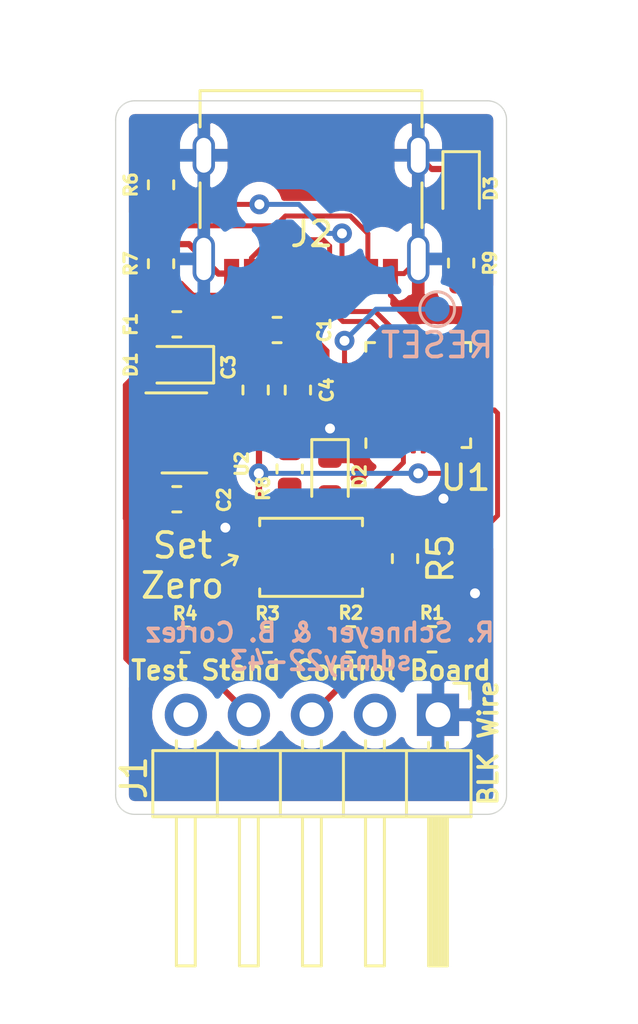
<source format=kicad_pcb>
(kicad_pcb (version 20171130) (host pcbnew 5.1.5+dfsg1-2build2)

  (general
    (thickness 1.6)
    (drawings 20)
    (tracks 207)
    (zones 0)
    (modules 23)
    (nets 46)
  )

  (page A4)
  (layers
    (0 F.Cu signal)
    (31 B.Cu signal)
    (32 B.Adhes user)
    (33 F.Adhes user)
    (34 B.Paste user)
    (35 F.Paste user)
    (36 B.SilkS user)
    (37 F.SilkS user)
    (38 B.Mask user)
    (39 F.Mask user)
    (40 Dwgs.User user)
    (41 Cmts.User user hide)
    (42 Eco1.User user)
    (43 Eco2.User user)
    (44 Edge.Cuts user)
    (45 Margin user)
    (46 B.CrtYd user)
    (47 F.CrtYd user)
    (48 B.Fab user hide)
    (49 F.Fab user hide)
  )

  (setup
    (last_trace_width 0.25)
    (user_trace_width 0.2)
    (user_trace_width 0.3)
    (trace_clearance 0.2)
    (zone_clearance 0.508)
    (zone_45_only no)
    (trace_min 0.2)
    (via_size 0.8)
    (via_drill 0.4)
    (via_min_size 0.4)
    (via_min_drill 0.3)
    (uvia_size 0.3)
    (uvia_drill 0.1)
    (uvias_allowed no)
    (uvia_min_size 0.2)
    (uvia_min_drill 0.1)
    (edge_width 0.05)
    (segment_width 0.2)
    (pcb_text_width 0.3)
    (pcb_text_size 1.5 1.5)
    (mod_edge_width 0.12)
    (mod_text_size 1 1)
    (mod_text_width 0.15)
    (pad_size 1 1)
    (pad_drill 0)
    (pad_to_mask_clearance 0.051)
    (solder_mask_min_width 0.25)
    (aux_axis_origin 0 0)
    (visible_elements 7FFFFFFF)
    (pcbplotparams
      (layerselection 0x010fc_ffffffff)
      (usegerberextensions false)
      (usegerberattributes false)
      (usegerberadvancedattributes false)
      (creategerberjobfile false)
      (excludeedgelayer true)
      (linewidth 0.100000)
      (plotframeref false)
      (viasonmask false)
      (mode 1)
      (useauxorigin false)
      (hpglpennumber 1)
      (hpglpenspeed 20)
      (hpglpendiameter 15.000000)
      (psnegative false)
      (psa4output false)
      (plotreference true)
      (plotvalue true)
      (plotinvisibletext false)
      (padsonsilk false)
      (subtractmaskfromsilk false)
      (outputformat 1)
      (mirror false)
      (drillshape 0)
      (scaleselection 1)
      (outputdirectory "Gerbers/"))
  )

  (net 0 "")
  (net 1 GND)
  (net 2 "Net-(C1-Pad1)")
  (net 3 "Net-(C2-Pad1)")
  (net 4 +3V3)
  (net 5 +5V)
  (net 6 "Net-(F1-Pad2)")
  (net 7 "Net-(J1-Pad5)")
  (net 8 "Net-(J1-Pad3)")
  (net 9 "Net-(J1-Pad2)")
  (net 10 D+)
  (net 11 "Net-(J2-PadB5)")
  (net 12 "Net-(J2-PadB8)")
  (net 13 D-)
  (net 14 "Net-(J2-PadA8)")
  (net 15 "Net-(J2-PadA5)")
  (net 16 "Net-(R1-Pad2)")
  (net 17 "Net-(R2-Pad2)")
  (net 18 HOME_SW)
  (net 19 "Net-(U1-Pad32)")
  (net 20 "Net-(U1-Pad31)")
  (net 21 "Net-(U1-Pad27)")
  (net 22 "Net-(U1-Pad25)")
  (net 23 "Net-(U1-Pad22)")
  (net 24 "Net-(U1-Pad21)")
  (net 25 "Net-(U1-Pad20)")
  (net 26 "Net-(U1-Pad19)")
  (net 27 "Net-(U1-Pad18)")
  (net 28 "Net-(U1-Pad17)")
  (net 29 "Net-(U1-Pad16)")
  (net 30 "Net-(U1-Pad15)")
  (net 31 "Net-(U1-Pad14)")
  (net 32 "Net-(U1-Pad12)")
  (net 33 "Net-(U1-Pad8)")
  (net 34 "Net-(U1-Pad7)")
  (net 35 "Net-(U1-Pad6)")
  (net 36 "Net-(U1-Pad5)")
  (net 37 "Net-(U1-Pad4)")
  (net 38 "Net-(U1-Pad2)")
  (net 39 "Net-(U1-Pad1)")
  (net 40 "Net-(U2-Pad4)")
  (net 41 "Net-(U1-Pad26)")
  (net 42 "Net-(D2-Pad2)")
  (net 43 "Net-(D3-Pad2)")
  (net 44 "Net-(R9-Pad2)")
  (net 45 MA3_3V3)

  (net_class Default "This is the default net class."
    (clearance 0.2)
    (trace_width 0.25)
    (via_dia 0.8)
    (via_drill 0.4)
    (uvia_dia 0.3)
    (uvia_drill 0.1)
    (add_net +3V3)
    (add_net +5V)
    (add_net D+)
    (add_net D-)
    (add_net GND)
    (add_net HOME_SW)
    (add_net MA3_3V3)
    (add_net "Net-(C1-Pad1)")
    (add_net "Net-(C2-Pad1)")
    (add_net "Net-(D2-Pad2)")
    (add_net "Net-(D3-Pad2)")
    (add_net "Net-(F1-Pad2)")
    (add_net "Net-(J1-Pad2)")
    (add_net "Net-(J1-Pad3)")
    (add_net "Net-(J1-Pad5)")
    (add_net "Net-(J2-PadA5)")
    (add_net "Net-(J2-PadA8)")
    (add_net "Net-(J2-PadB5)")
    (add_net "Net-(J2-PadB8)")
    (add_net "Net-(R1-Pad2)")
    (add_net "Net-(R2-Pad2)")
    (add_net "Net-(R9-Pad2)")
    (add_net "Net-(U1-Pad1)")
    (add_net "Net-(U1-Pad12)")
    (add_net "Net-(U1-Pad14)")
    (add_net "Net-(U1-Pad15)")
    (add_net "Net-(U1-Pad16)")
    (add_net "Net-(U1-Pad17)")
    (add_net "Net-(U1-Pad18)")
    (add_net "Net-(U1-Pad19)")
    (add_net "Net-(U1-Pad2)")
    (add_net "Net-(U1-Pad20)")
    (add_net "Net-(U1-Pad21)")
    (add_net "Net-(U1-Pad22)")
    (add_net "Net-(U1-Pad25)")
    (add_net "Net-(U1-Pad26)")
    (add_net "Net-(U1-Pad27)")
    (add_net "Net-(U1-Pad31)")
    (add_net "Net-(U1-Pad32)")
    (add_net "Net-(U1-Pad4)")
    (add_net "Net-(U1-Pad5)")
    (add_net "Net-(U1-Pad6)")
    (add_net "Net-(U1-Pad7)")
    (add_net "Net-(U1-Pad8)")
    (add_net "Net-(U2-Pad4)")
  )

  (module Connector_PinHeader_2.54mm:PinHeader_1x05_P2.54mm_Horizontal (layer F.Cu) (tedit 61EB78AD) (tstamp 61EB8116)
    (at 143.256 99.3394 270)
    (descr "Through hole angled pin header, 1x05, 2.54mm pitch, 6mm pin length, single row")
    (tags "Through hole angled pin header THT 1x05 2.54mm single row")
    (path /61ED61DD)
    (fp_text reference J1 (at 4.3434 7.1374 270) (layer F.SilkS)
      (effects (font (size 1 1) (thickness 0.15)))
    )
    (fp_text value Conn_01x05_Male (at 6.19856 7.31698 90) (layer F.Fab)
      (effects (font (size 1 1) (thickness 0.15)))
    )
    (fp_text user %R (at 4.58356 -0.03302) (layer F.Fab)
      (effects (font (size 1 1) (thickness 0.15)))
    )
    (fp_line (start 12.36356 -6.91302) (end 0.01356 -6.91302) (layer F.CrtYd) (width 0.05))
    (fp_line (start 12.36356 6.83698) (end 12.36356 -6.91302) (layer F.CrtYd) (width 0.05))
    (fp_line (start 0.01356 6.83698) (end 12.36356 6.83698) (layer F.CrtYd) (width 0.05))
    (fp_line (start 0.01356 -6.91302) (end 0.01356 6.83698) (layer F.CrtYd) (width 0.05))
    (fp_line (start 0.54356 -6.38302) (end 1.17602 -6.38302) (layer F.SilkS) (width 0.12))
    (fp_line (start 0.54356 -5.75056) (end 0.54356 -6.38302) (layer F.SilkS) (width 0.12))
    (fp_line (start 2.856489 5.42698) (end 3.25356 5.42698) (layer F.SilkS) (width 0.12))
    (fp_line (start 2.856489 4.66698) (end 3.25356 4.66698) (layer F.SilkS) (width 0.12))
    (fp_line (start 11.91356 5.42698) (end 5.91356 5.42698) (layer F.SilkS) (width 0.12))
    (fp_line (start 11.91356 4.66698) (end 11.91356 5.42698) (layer F.SilkS) (width 0.12))
    (fp_line (start 5.91356 4.66698) (end 11.91356 4.66698) (layer F.SilkS) (width 0.12))
    (fp_line (start 3.25356 3.77698) (end 5.91356 3.77698) (layer F.SilkS) (width 0.12))
    (fp_line (start 2.856489 2.88698) (end 3.25356 2.88698) (layer F.SilkS) (width 0.12))
    (fp_line (start 2.856489 2.12698) (end 3.25356 2.12698) (layer F.SilkS) (width 0.12))
    (fp_line (start 11.91356 2.88698) (end 5.91356 2.88698) (layer F.SilkS) (width 0.12))
    (fp_line (start 11.91356 2.12698) (end 11.91356 2.88698) (layer F.SilkS) (width 0.12))
    (fp_line (start 5.91356 2.12698) (end 11.91356 2.12698) (layer F.SilkS) (width 0.12))
    (fp_line (start 3.25356 1.23698) (end 5.91356 1.23698) (layer F.SilkS) (width 0.12))
    (fp_line (start 2.856489 0.34698) (end 3.25356 0.34698) (layer F.SilkS) (width 0.12))
    (fp_line (start 2.856489 -0.41302) (end 3.25356 -0.41302) (layer F.SilkS) (width 0.12))
    (fp_line (start 11.91356 0.34698) (end 5.91356 0.34698) (layer F.SilkS) (width 0.12))
    (fp_line (start 11.91356 -0.41302) (end 11.91356 0.34698) (layer F.SilkS) (width 0.12))
    (fp_line (start 5.91356 -0.41302) (end 11.91356 -0.41302) (layer F.SilkS) (width 0.12))
    (fp_line (start 3.25356 -1.30302) (end 5.91356 -1.30302) (layer F.SilkS) (width 0.12))
    (fp_line (start 2.856489 -2.19302) (end 3.25356 -2.19302) (layer F.SilkS) (width 0.12))
    (fp_line (start 2.856489 -2.95302) (end 3.25356 -2.95302) (layer F.SilkS) (width 0.12))
    (fp_line (start 11.91356 -2.19302) (end 5.91356 -2.19302) (layer F.SilkS) (width 0.12))
    (fp_line (start 11.91356 -2.95302) (end 11.91356 -2.19302) (layer F.SilkS) (width 0.12))
    (fp_line (start 5.91356 -2.95302) (end 11.91356 -2.95302) (layer F.SilkS) (width 0.12))
    (fp_line (start 3.25356 -3.84302) (end 5.91356 -3.84302) (layer F.SilkS) (width 0.12))
    (fp_line (start 2.92356 -4.73302) (end 3.25356 -4.73302) (layer F.SilkS) (width 0.12))
    (fp_line (start 2.92356 -5.49302) (end 3.25356 -5.49302) (layer F.SilkS) (width 0.12))
    (fp_line (start 5.91356 -4.83302) (end 11.91356 -4.83302) (layer F.SilkS) (width 0.12))
    (fp_line (start 5.91356 -4.95302) (end 11.91356 -4.95302) (layer F.SilkS) (width 0.12))
    (fp_line (start 5.91356 -5.07302) (end 11.91356 -5.07302) (layer F.SilkS) (width 0.12))
    (fp_line (start 5.91356 -5.19302) (end 11.91356 -5.19302) (layer F.SilkS) (width 0.12))
    (fp_line (start 5.91356 -5.31302) (end 11.91356 -5.31302) (layer F.SilkS) (width 0.12))
    (fp_line (start 5.91356 -5.43302) (end 11.91356 -5.43302) (layer F.SilkS) (width 0.12))
    (fp_line (start 11.91356 -4.73302) (end 5.91356 -4.73302) (layer F.SilkS) (width 0.12))
    (fp_line (start 11.91356 -5.49302) (end 11.91356 -4.73302) (layer F.SilkS) (width 0.12))
    (fp_line (start 5.91356 -5.49302) (end 11.91356 -5.49302) (layer F.SilkS) (width 0.12))
    (fp_line (start 5.91356 -6.44302) (end 3.25356 -6.44302) (layer F.SilkS) (width 0.12))
    (fp_line (start 5.91356 6.37698) (end 5.91356 -6.44302) (layer F.SilkS) (width 0.12))
    (fp_line (start 3.25356 6.37698) (end 5.91356 6.37698) (layer F.SilkS) (width 0.12))
    (fp_line (start 3.25356 -6.44302) (end 3.25356 6.37698) (layer F.SilkS) (width 0.12))
    (fp_line (start 5.85356 5.36698) (end 11.85356 5.36698) (layer F.Fab) (width 0.1))
    (fp_line (start 11.85356 4.72698) (end 11.85356 5.36698) (layer F.Fab) (width 0.1))
    (fp_line (start 5.85356 4.72698) (end 11.85356 4.72698) (layer F.Fab) (width 0.1))
    (fp_line (start 1.49356 5.36698) (end 3.31356 5.36698) (layer F.Fab) (width 0.1))
    (fp_line (start 1.49356 4.72698) (end 1.49356 5.36698) (layer F.Fab) (width 0.1))
    (fp_line (start 1.49356 4.72698) (end 3.31356 4.72698) (layer F.Fab) (width 0.1))
    (fp_line (start 5.85356 2.82698) (end 11.85356 2.82698) (layer F.Fab) (width 0.1))
    (fp_line (start 11.85356 2.18698) (end 11.85356 2.82698) (layer F.Fab) (width 0.1))
    (fp_line (start 5.85356 2.18698) (end 11.85356 2.18698) (layer F.Fab) (width 0.1))
    (fp_line (start 1.49356 2.82698) (end 3.31356 2.82698) (layer F.Fab) (width 0.1))
    (fp_line (start 1.49356 2.18698) (end 1.49356 2.82698) (layer F.Fab) (width 0.1))
    (fp_line (start 1.49356 2.18698) (end 3.31356 2.18698) (layer F.Fab) (width 0.1))
    (fp_line (start 5.85356 0.28698) (end 11.85356 0.28698) (layer F.Fab) (width 0.1))
    (fp_line (start 11.85356 -0.35302) (end 11.85356 0.28698) (layer F.Fab) (width 0.1))
    (fp_line (start 5.85356 -0.35302) (end 11.85356 -0.35302) (layer F.Fab) (width 0.1))
    (fp_line (start 1.49356 0.28698) (end 3.31356 0.28698) (layer F.Fab) (width 0.1))
    (fp_line (start 1.49356 -0.35302) (end 1.49356 0.28698) (layer F.Fab) (width 0.1))
    (fp_line (start 1.49356 -0.35302) (end 3.31356 -0.35302) (layer F.Fab) (width 0.1))
    (fp_line (start 5.85356 -2.25302) (end 11.85356 -2.25302) (layer F.Fab) (width 0.1))
    (fp_line (start 11.85356 -2.89302) (end 11.85356 -2.25302) (layer F.Fab) (width 0.1))
    (fp_line (start 5.85356 -2.89302) (end 11.85356 -2.89302) (layer F.Fab) (width 0.1))
    (fp_line (start 1.49356 -2.25302) (end 3.31356 -2.25302) (layer F.Fab) (width 0.1))
    (fp_line (start 1.49356 -2.89302) (end 1.49356 -2.25302) (layer F.Fab) (width 0.1))
    (fp_line (start 1.49356 -2.89302) (end 3.31356 -2.89302) (layer F.Fab) (width 0.1))
    (fp_line (start 5.85356 -4.79302) (end 11.85356 -4.79302) (layer F.Fab) (width 0.1))
    (fp_line (start 11.85356 -5.43302) (end 11.85356 -4.79302) (layer F.Fab) (width 0.1))
    (fp_line (start 5.85356 -5.43302) (end 11.85356 -5.43302) (layer F.Fab) (width 0.1))
    (fp_line (start 1.49356 -4.79302) (end 3.31356 -4.79302) (layer F.Fab) (width 0.1))
    (fp_line (start 1.49356 -5.43302) (end 1.49356 -4.79302) (layer F.Fab) (width 0.1))
    (fp_line (start 1.49356 -5.43302) (end 3.31356 -5.43302) (layer F.Fab) (width 0.1))
    (fp_line (start 3.31356 -5.74802) (end 3.94856 -6.38302) (layer F.Fab) (width 0.1))
    (fp_line (start 3.31356 6.31698) (end 3.31356 -5.74802) (layer F.Fab) (width 0.1))
    (fp_line (start 5.85356 6.31698) (end 3.31356 6.31698) (layer F.Fab) (width 0.1))
    (fp_line (start 5.85356 -6.38302) (end 5.85356 6.31698) (layer F.Fab) (width 0.1))
    (fp_line (start 3.94856 -6.38302) (end 5.85356 -6.38302) (layer F.Fab) (width 0.1))
    (pad 5 thru_hole oval (at 1.81356 5.04698 270) (size 1.7 1.7) (drill 1) (layers *.Cu *.Mask)
      (net 7 "Net-(J1-Pad5)"))
    (pad 4 thru_hole oval (at 1.81356 2.50698 270) (size 1.7 1.7) (drill 1) (layers *.Cu *.Mask)
      (net 5 +5V))
    (pad 3 thru_hole oval (at 1.81356 -0.03302 270) (size 1.7 1.7) (drill 1) (layers *.Cu *.Mask)
      (net 8 "Net-(J1-Pad3)"))
    (pad 2 thru_hole oval (at 1.81356 -2.57302 270) (size 1.7 1.7) (drill 1) (layers *.Cu *.Mask)
      (net 9 "Net-(J1-Pad2)"))
    (pad 1 thru_hole rect (at 1.81356 -5.11302 270) (size 1.7 1.7) (drill 1) (layers *.Cu *.Mask)
      (net 1 GND))
    (model ${KISYS3DMOD}/Connector_PinHeader_2.54mm.3dshapes/PinHeader_1x05_P2.54mm_Horizontal.wrl
      (offset (xyz 1.85 5.125 0))
      (scale (xyz 1 1 1))
      (rotate (xyz 0 0 0))
    )
  )

  (module Resistor_SMD:R_0603_1608Metric (layer F.Cu) (tedit 5B301BBD) (tstamp 61ECC16F)
    (at 149.3012 82.9818 270)
    (descr "Resistor SMD 0603 (1608 Metric), square (rectangular) end terminal, IPC_7351 nominal, (Body size source: http://www.tortai-tech.com/upload/download/2011102023233369053.pdf), generated with kicad-footprint-generator")
    (tags resistor)
    (path /6205C534)
    (attr smd)
    (fp_text reference R9 (at 0 -1.1684 90) (layer F.SilkS)
      (effects (font (size 0.5 0.5) (thickness 0.125)))
    )
    (fp_text value 1.5k (at 0 1.43 90) (layer F.Fab)
      (effects (font (size 1 1) (thickness 0.15)))
    )
    (fp_text user %R (at 0 0 90) (layer F.Fab)
      (effects (font (size 0.4 0.4) (thickness 0.06)))
    )
    (fp_line (start 1.48 0.73) (end -1.48 0.73) (layer F.CrtYd) (width 0.05))
    (fp_line (start 1.48 -0.73) (end 1.48 0.73) (layer F.CrtYd) (width 0.05))
    (fp_line (start -1.48 -0.73) (end 1.48 -0.73) (layer F.CrtYd) (width 0.05))
    (fp_line (start -1.48 0.73) (end -1.48 -0.73) (layer F.CrtYd) (width 0.05))
    (fp_line (start -0.162779 0.51) (end 0.162779 0.51) (layer F.SilkS) (width 0.12))
    (fp_line (start -0.162779 -0.51) (end 0.162779 -0.51) (layer F.SilkS) (width 0.12))
    (fp_line (start 0.8 0.4) (end -0.8 0.4) (layer F.Fab) (width 0.1))
    (fp_line (start 0.8 -0.4) (end 0.8 0.4) (layer F.Fab) (width 0.1))
    (fp_line (start -0.8 -0.4) (end 0.8 -0.4) (layer F.Fab) (width 0.1))
    (fp_line (start -0.8 0.4) (end -0.8 -0.4) (layer F.Fab) (width 0.1))
    (pad 2 smd roundrect (at 0.7875 0 270) (size 0.875 0.95) (layers F.Cu F.Paste F.Mask) (roundrect_rratio 0.25)
      (net 44 "Net-(R9-Pad2)"))
    (pad 1 smd roundrect (at -0.7875 0 270) (size 0.875 0.95) (layers F.Cu F.Paste F.Mask) (roundrect_rratio 0.25)
      (net 43 "Net-(D3-Pad2)"))
    (model ${KISYS3DMOD}/Resistor_SMD.3dshapes/R_0603_1608Metric.wrl
      (at (xyz 0 0 0))
      (scale (xyz 1 1 1))
      (rotate (xyz 0 0 0))
    )
  )

  (module LED_SMD:LED_0603_1608Metric (layer F.Cu) (tedit 5B301BBE) (tstamp 61ECB01E)
    (at 149.3012 79.9846 270)
    (descr "LED SMD 0603 (1608 Metric), square (rectangular) end terminal, IPC_7351 nominal, (Body size source: http://www.tortai-tech.com/upload/download/2011102023233369053.pdf), generated with kicad-footprint-generator")
    (tags diode)
    (path /6206183F)
    (attr smd)
    (fp_text reference D3 (at 0 -1.1938 90) (layer F.SilkS)
      (effects (font (size 0.5 0.5) (thickness 0.125)))
    )
    (fp_text value RED (at 0 1.43 90) (layer F.Fab)
      (effects (font (size 1 1) (thickness 0.15)))
    )
    (fp_text user %R (at 0 0 90) (layer F.Fab)
      (effects (font (size 0.4 0.4) (thickness 0.06)))
    )
    (fp_line (start 1.48 0.73) (end -1.48 0.73) (layer F.CrtYd) (width 0.05))
    (fp_line (start 1.48 -0.73) (end 1.48 0.73) (layer F.CrtYd) (width 0.05))
    (fp_line (start -1.48 -0.73) (end 1.48 -0.73) (layer F.CrtYd) (width 0.05))
    (fp_line (start -1.48 0.73) (end -1.48 -0.73) (layer F.CrtYd) (width 0.05))
    (fp_line (start -1.485 0.735) (end 0.8 0.735) (layer F.SilkS) (width 0.12))
    (fp_line (start -1.485 -0.735) (end -1.485 0.735) (layer F.SilkS) (width 0.12))
    (fp_line (start 0.8 -0.735) (end -1.485 -0.735) (layer F.SilkS) (width 0.12))
    (fp_line (start 0.8 0.4) (end 0.8 -0.4) (layer F.Fab) (width 0.1))
    (fp_line (start -0.8 0.4) (end 0.8 0.4) (layer F.Fab) (width 0.1))
    (fp_line (start -0.8 -0.1) (end -0.8 0.4) (layer F.Fab) (width 0.1))
    (fp_line (start -0.5 -0.4) (end -0.8 -0.1) (layer F.Fab) (width 0.1))
    (fp_line (start 0.8 -0.4) (end -0.5 -0.4) (layer F.Fab) (width 0.1))
    (pad 2 smd roundrect (at 0.7875 0 270) (size 0.875 0.95) (layers F.Cu F.Paste F.Mask) (roundrect_rratio 0.25)
      (net 43 "Net-(D3-Pad2)"))
    (pad 1 smd roundrect (at -0.7875 0 270) (size 0.875 0.95) (layers F.Cu F.Paste F.Mask) (roundrect_rratio 0.25)
      (net 1 GND))
    (model ${KISYS3DMOD}/LED_SMD.3dshapes/LED_0603_1608Metric.wrl
      (at (xyz 0 0 0))
      (scale (xyz 1 1 1))
      (rotate (xyz 0 0 0))
    )
  )

  (module Resistor_SMD:R_0603_1608Metric (layer F.Cu) (tedit 5B301BBD) (tstamp 61EC8D0C)
    (at 142.3924 91.2622 270)
    (descr "Resistor SMD 0603 (1608 Metric), square (rectangular) end terminal, IPC_7351 nominal, (Body size source: http://www.tortai-tech.com/upload/download/2011102023233369053.pdf), generated with kicad-footprint-generator")
    (tags resistor)
    (path /6203C520)
    (attr smd)
    (fp_text reference R8 (at 0.7874 1.0668 90) (layer F.SilkS)
      (effects (font (size 0.5 0.5) (thickness 0.125)))
    )
    (fp_text value 10k (at 0 1.43 90) (layer F.Fab)
      (effects (font (size 1 1) (thickness 0.15)))
    )
    (fp_text user %R (at 0 0 90) (layer F.Fab)
      (effects (font (size 0.4 0.4) (thickness 0.06)))
    )
    (fp_line (start 1.48 0.73) (end -1.48 0.73) (layer F.CrtYd) (width 0.05))
    (fp_line (start 1.48 -0.73) (end 1.48 0.73) (layer F.CrtYd) (width 0.05))
    (fp_line (start -1.48 -0.73) (end 1.48 -0.73) (layer F.CrtYd) (width 0.05))
    (fp_line (start -1.48 0.73) (end -1.48 -0.73) (layer F.CrtYd) (width 0.05))
    (fp_line (start -0.162779 0.51) (end 0.162779 0.51) (layer F.SilkS) (width 0.12))
    (fp_line (start -0.162779 -0.51) (end 0.162779 -0.51) (layer F.SilkS) (width 0.12))
    (fp_line (start 0.8 0.4) (end -0.8 0.4) (layer F.Fab) (width 0.1))
    (fp_line (start 0.8 -0.4) (end 0.8 0.4) (layer F.Fab) (width 0.1))
    (fp_line (start -0.8 -0.4) (end 0.8 -0.4) (layer F.Fab) (width 0.1))
    (fp_line (start -0.8 0.4) (end -0.8 -0.4) (layer F.Fab) (width 0.1))
    (pad 2 smd roundrect (at 0.7875 0 270) (size 0.875 0.95) (layers F.Cu F.Paste F.Mask) (roundrect_rratio 0.25)
      (net 42 "Net-(D2-Pad2)"))
    (pad 1 smd roundrect (at -0.7875 0 270) (size 0.875 0.95) (layers F.Cu F.Paste F.Mask) (roundrect_rratio 0.25)
      (net 4 +3V3))
    (model ${KISYS3DMOD}/Resistor_SMD.3dshapes/R_0603_1608Metric.wrl
      (at (xyz 0 0 0))
      (scale (xyz 1 1 1))
      (rotate (xyz 0 0 0))
    )
  )

  (module LED_SMD:LED_0603_1608Metric (layer F.Cu) (tedit 5B301BBE) (tstamp 61EC87CB)
    (at 144.018 91.567 270)
    (descr "LED SMD 0603 (1608 Metric), square (rectangular) end terminal, IPC_7351 nominal, (Body size source: http://www.tortai-tech.com/upload/download/2011102023233369053.pdf), generated with kicad-footprint-generator")
    (tags diode)
    (path /620374E6)
    (attr smd)
    (fp_text reference D2 (at 0 -1.1938 90) (layer F.SilkS)
      (effects (font (size 0.5 0.5) (thickness 0.125)))
    )
    (fp_text value GREEN (at 0 1.43 90) (layer F.Fab)
      (effects (font (size 1 1) (thickness 0.15)))
    )
    (fp_text user %R (at 0 0 90) (layer F.Fab)
      (effects (font (size 0.4 0.4) (thickness 0.06)))
    )
    (fp_line (start 1.48 0.73) (end -1.48 0.73) (layer F.CrtYd) (width 0.05))
    (fp_line (start 1.48 -0.73) (end 1.48 0.73) (layer F.CrtYd) (width 0.05))
    (fp_line (start -1.48 -0.73) (end 1.48 -0.73) (layer F.CrtYd) (width 0.05))
    (fp_line (start -1.48 0.73) (end -1.48 -0.73) (layer F.CrtYd) (width 0.05))
    (fp_line (start -1.485 0.735) (end 0.8 0.735) (layer F.SilkS) (width 0.12))
    (fp_line (start -1.485 -0.735) (end -1.485 0.735) (layer F.SilkS) (width 0.12))
    (fp_line (start 0.8 -0.735) (end -1.485 -0.735) (layer F.SilkS) (width 0.12))
    (fp_line (start 0.8 0.4) (end 0.8 -0.4) (layer F.Fab) (width 0.1))
    (fp_line (start -0.8 0.4) (end 0.8 0.4) (layer F.Fab) (width 0.1))
    (fp_line (start -0.8 -0.1) (end -0.8 0.4) (layer F.Fab) (width 0.1))
    (fp_line (start -0.5 -0.4) (end -0.8 -0.1) (layer F.Fab) (width 0.1))
    (fp_line (start 0.8 -0.4) (end -0.5 -0.4) (layer F.Fab) (width 0.1))
    (pad 2 smd roundrect (at 0.7875 0 270) (size 0.875 0.95) (layers F.Cu F.Paste F.Mask) (roundrect_rratio 0.25)
      (net 42 "Net-(D2-Pad2)"))
    (pad 1 smd roundrect (at -0.7875 0 270) (size 0.875 0.95) (layers F.Cu F.Paste F.Mask) (roundrect_rratio 0.25)
      (net 1 GND))
    (model ${KISYS3DMOD}/LED_SMD.3dshapes/LED_0603_1608Metric.wrl
      (at (xyz 0 0 0))
      (scale (xyz 1 1 1))
      (rotate (xyz 0 0 0))
    )
  )

  (module Connector_USB:USB_C_Receptacle_Palconn_UTC16-G (layer F.Cu) (tedit 61EB19B2) (tstamp 61EC2E6A)
    (at 143.256 84.5058 180)
    (descr http://www.palpilot.com/wp-content/uploads/2017/05/UTC027-GKN-OR-Rev-A.pdf)
    (tags "USB C Type-C Receptacle USB2.0")
    (path /61EC3EB1)
    (attr smd)
    (fp_text reference J2 (at -0.0254 2.6924 180) (layer F.SilkS)
      (effects (font (size 1 1) (thickness 0.15)))
    )
    (fp_text value USB_C_Receptacle_USB2.0 (at 0.00254 9.8606 180) (layer F.Fab)
      (effects (font (size 1 1) (thickness 0.15)))
    )
    (fp_text user "PCB Edge" (at 0.00254 7.0506 180) (layer Dwgs.User)
      (effects (font (size 1 1) (thickness 0.15)))
    )
    (fp_line (start -4.46746 1.1406) (end 4.47254 1.1406) (layer F.Fab) (width 0.1))
    (fp_line (start 4.47254 1.1406) (end 4.47254 8.4606) (layer F.Fab) (width 0.1))
    (fp_line (start 4.47254 8.4606) (end -4.46746 8.4606) (layer F.Fab) (width 0.1))
    (fp_line (start -4.46746 1.1406) (end -4.46746 8.4606) (layer F.Fab) (width 0.1))
    (fp_text user %R (at 0.00254 4.8006 180) (layer F.Fab)
      (effects (font (size 1 1) (thickness 0.15)))
    )
    (fp_line (start -5.26746 8.9606) (end 5.27254 8.9606) (layer F.CrtYd) (width 0.05))
    (fp_line (start -5.26746 0.0306) (end -5.26746 8.9606) (layer F.CrtYd) (width 0.05))
    (fp_line (start 5.27254 0.0306) (end -5.26746 0.0306) (layer F.CrtYd) (width 0.05))
    (fp_line (start 5.27254 8.9606) (end 5.27254 0.0306) (layer F.CrtYd) (width 0.05))
    (fp_line (start -4.46746 7.9606) (end 4.47254 7.9606) (layer Dwgs.User) (width 0.1))
    (fp_line (start -4.46746 2.9506) (end -4.46746 4.7506) (layer F.SilkS) (width 0.12))
    (fp_line (start -4.46746 8.4606) (end -4.46746 7.0006) (layer F.SilkS) (width 0.12))
    (fp_line (start 4.47254 8.4606) (end 4.47254 7.0006) (layer F.SilkS) (width 0.12))
    (fp_line (start 4.47254 2.9506) (end 4.47254 4.7506) (layer F.SilkS) (width 0.12))
    (fp_line (start 4.47254 8.4606) (end -4.46746 8.4606) (layer F.SilkS) (width 0.12))
    (pad A12 smd rect (at 3.20254 1.1106 180) (size 0.6 1.16) (layers F.Cu F.Paste F.Mask)
      (net 1 GND))
    (pad A9 smd rect (at 2.40254 1.1106 180) (size 0.6 1.16) (layers F.Cu F.Paste F.Mask)
      (net 6 "Net-(F1-Pad2)"))
    (pad B1 smd rect (at 3.20254 1.1106 180) (size 0.6 1.16) (layers F.Cu F.Paste F.Mask)
      (net 1 GND))
    (pad B4 smd rect (at 2.40254 1.1106 180) (size 0.6 1.16) (layers F.Cu F.Paste F.Mask)
      (net 6 "Net-(F1-Pad2)"))
    (pad B12 smd rect (at -3.19746 1.1106 180) (size 0.6 1.16) (layers F.Cu F.Paste F.Mask)
      (net 1 GND))
    (pad A1 smd rect (at -3.19746 1.1106 180) (size 0.6 1.16) (layers F.Cu F.Paste F.Mask)
      (net 1 GND))
    (pad B9 smd rect (at -2.39746 1.1106 180) (size 0.6 1.16) (layers F.Cu F.Paste F.Mask)
      (net 6 "Net-(F1-Pad2)"))
    (pad A4 smd rect (at -2.39746 1.1106 180) (size 0.6 1.16) (layers F.Cu F.Paste F.Mask)
      (net 6 "Net-(F1-Pad2)"))
    (pad "" np_thru_hole circle (at -2.88746 2.1706) (size 0.6 0.6) (drill 0.6) (layers *.Cu *.Mask))
    (pad "" np_thru_hole circle (at 2.89254 2.1706) (size 0.6 0.6) (drill 0.6) (layers *.Cu *.Mask))
    (pad B5 smd rect (at 1.75254 1.1106) (size 0.3 1.16) (layers F.Cu F.Paste F.Mask)
      (net 11 "Net-(J2-PadB5)"))
    (pad B6 smd rect (at 0.75254 1.1106) (size 0.3 1.16) (layers F.Cu F.Paste F.Mask)
      (net 10 D+))
    (pad A8 smd rect (at 1.25254 1.1106) (size 0.3 1.16) (layers F.Cu F.Paste F.Mask)
      (net 14 "Net-(J2-PadA8)"))
    (pad A5 smd rect (at -1.24746 1.1106) (size 0.3 1.16) (layers F.Cu F.Paste F.Mask)
      (net 15 "Net-(J2-PadA5)"))
    (pad B8 smd rect (at -1.74746 1.1106) (size 0.3 1.16) (layers F.Cu F.Paste F.Mask)
      (net 12 "Net-(J2-PadB8)"))
    (pad A7 smd rect (at 0.25254 1.1106) (size 0.3 1.16) (layers F.Cu F.Paste F.Mask)
      (net 13 D-))
    (pad A6 smd rect (at -0.24746 1.1106) (size 0.3 1.16) (layers F.Cu F.Paste F.Mask)
      (net 10 D+))
    (pad B7 smd rect (at -0.74746 1.1106) (size 0.3 1.16) (layers F.Cu F.Paste F.Mask)
      (net 13 D-))
    (pad S1 thru_hole oval (at 4.32254 5.8606 270) (size 1.7 0.9) (drill oval 1.4 0.6) (layers *.Cu *.Mask)
      (net 1 GND))
    (pad S1 thru_hole oval (at -4.31746 5.8606 270) (size 1.7 0.9) (drill oval 1.4 0.6) (layers *.Cu *.Mask)
      (net 1 GND))
    (pad S1 thru_hole oval (at 4.32254 1.6906 270) (size 2 0.9) (drill oval 1.7 0.6) (layers *.Cu *.Mask)
      (net 1 GND))
    (pad S1 thru_hole oval (at -4.31746 1.6906 270) (size 2 0.9) (drill oval 1.7 0.6) (layers *.Cu *.Mask)
      (net 1 GND))
    (model ${KISYS3DMOD}/Connector_USB.3dshapes/USB_C_Receptacle_Palconn_UTC16-G.wrl
      (at (xyz 0 0 0))
      (scale (xyz 1 1 1))
      (rotate (xyz 0 0 0))
    )
    (model ${KIPRJMOD}/HRO_TYPE-C-31-M-12.step
      (offset (xyz -4.47 -8.43 0))
      (scale (xyz 1 1 1))
      (rotate (xyz 0 0 0))
    )
  )

  (module TestPoint:TestPoint_Pad_D1.0mm (layer B.Cu) (tedit 61EB1D1F) (tstamp 61ECC1B5)
    (at 148.336 84.836)
    (descr "SMD pad as test Point, diameter 1.0mm")
    (tags "test point SMD pad")
    (attr virtual)
    (fp_text reference RESET (at 0 1.448) (layer B.SilkS)
      (effects (font (size 1 1) (thickness 0.15)) (justify mirror))
    )
    (fp_text value TestPoint_Pad_D1.0mm (at 0 -1.55) (layer B.Fab)
      (effects (font (size 1 1) (thickness 0.15)) (justify mirror))
    )
    (fp_circle (center 0 0) (end 0 -0.7) (layer B.SilkS) (width 0.12))
    (fp_circle (center 0 0) (end 1 0) (layer B.CrtYd) (width 0.05))
    (fp_text user %R (at 0 1.45) (layer B.Fab)
      (effects (font (size 1 1) (thickness 0.15)) (justify mirror))
    )
    (pad 1 smd circle (at 0 0) (size 1 1) (layers B.Cu B.Mask)
      (net 41 "Net-(U1-Pad26)"))
  )

  (module Button_Switch_SMD:SW_Push_SPST_NO_Alps_SKRK (layer F.Cu) (tedit 5C2A8900) (tstamp 61EC611D)
    (at 143.256 94.8182)
    (descr http://www.alps.com/prod/info/E/HTML/Tact/SurfaceMount/SKRK/SKRKAHE020.html)
    (tags "SMD SMT button")
    (path /61EF1922)
    (attr smd)
    (fp_text reference SW_HOME1 (at -8.4328 -0.0508) (layer Dwgs.User)
      (effects (font (size 1 1) (thickness 0.15)))
    )
    (fp_text value SW_Push (at 0 2.5) (layer F.Fab)
      (effects (font (size 1 1) (thickness 0.15)))
    )
    (fp_line (start 2.07 -1.57) (end 2.07 -1.27) (layer F.SilkS) (width 0.12))
    (fp_line (start -2.07 1.57) (end -2.07 1.27) (layer F.SilkS) (width 0.12))
    (fp_line (start 1.95 -1.45) (end 1.95 1.45) (layer F.Fab) (width 0.1))
    (fp_line (start -1.95 -1.45) (end 1.95 -1.45) (layer F.Fab) (width 0.1))
    (fp_line (start -1.95 1.45) (end -1.95 -1.45) (layer F.Fab) (width 0.1))
    (fp_line (start 1.95 1.45) (end -1.95 1.45) (layer F.Fab) (width 0.1))
    (fp_line (start -2.75 1.7) (end -2.75 -1.7) (layer F.CrtYd) (width 0.05))
    (fp_line (start 2.75 1.7) (end -2.75 1.7) (layer F.CrtYd) (width 0.05))
    (fp_line (start 2.75 -1.7) (end 2.75 1.7) (layer F.CrtYd) (width 0.05))
    (fp_line (start -2.75 -1.7) (end 2.75 -1.7) (layer F.CrtYd) (width 0.05))
    (fp_text user %R (at 0 0) (layer F.Fab)
      (effects (font (size 1 1) (thickness 0.15)))
    )
    (fp_circle (center 0 0) (end 1 0) (layer F.Fab) (width 0.1))
    (fp_line (start -2.07 -1.27) (end -2.07 -1.57) (layer F.SilkS) (width 0.12))
    (fp_line (start 2.07 1.57) (end -2.07 1.57) (layer F.SilkS) (width 0.12))
    (fp_line (start 2.07 1.27) (end 2.07 1.57) (layer F.SilkS) (width 0.12))
    (fp_line (start -2.07 -1.57) (end 2.07 -1.57) (layer F.SilkS) (width 0.12))
    (pad 1 smd roundrect (at -2.1 0) (size 0.8 2) (layers F.Cu F.Paste F.Mask) (roundrect_rratio 0.25)
      (net 4 +3V3))
    (pad 2 smd roundrect (at 2.1 0) (size 0.8 2) (layers F.Cu F.Paste F.Mask) (roundrect_rratio 0.25)
      (net 18 HOME_SW))
    (model ${KISYS3DMOD}/Button_Switch_SMD.3dshapes/SW_Push_SPST_NO_Alps_SKRK.wrl
      (at (xyz 0 0 0))
      (scale (xyz 1 1 1))
      (rotate (xyz 0 0 0))
    )
    (model ${KIPRJMOD}/SKRKAHE010/SKRKAH.STEP
      (at (xyz 0 0 0))
      (scale (xyz 1 1 1))
      (rotate (xyz -90 0 0))
    )
  )

  (module Package_TO_SOT_SMD:SOT-23-5 (layer F.Cu) (tedit 5A02FF57) (tstamp 61EC7154)
    (at 138.1506 89.8144)
    (descr "5-pin SOT23 package")
    (tags SOT-23-5)
    (path /61F00119)
    (attr smd)
    (fp_text reference U2 (at 2.3114 1.2446 90) (layer F.SilkS)
      (effects (font (size 0.5 0.5) (thickness 0.125)))
    )
    (fp_text value AP2112K-3.3 (at 0 2.9) (layer F.Fab)
      (effects (font (size 1 1) (thickness 0.15)))
    )
    (fp_line (start 0.9 -1.55) (end 0.9 1.55) (layer F.Fab) (width 0.1))
    (fp_line (start 0.9 1.55) (end -0.9 1.55) (layer F.Fab) (width 0.1))
    (fp_line (start -0.9 -0.9) (end -0.9 1.55) (layer F.Fab) (width 0.1))
    (fp_line (start 0.9 -1.55) (end -0.25 -1.55) (layer F.Fab) (width 0.1))
    (fp_line (start -0.9 -0.9) (end -0.25 -1.55) (layer F.Fab) (width 0.1))
    (fp_line (start -1.9 1.8) (end -1.9 -1.8) (layer F.CrtYd) (width 0.05))
    (fp_line (start 1.9 1.8) (end -1.9 1.8) (layer F.CrtYd) (width 0.05))
    (fp_line (start 1.9 -1.8) (end 1.9 1.8) (layer F.CrtYd) (width 0.05))
    (fp_line (start -1.9 -1.8) (end 1.9 -1.8) (layer F.CrtYd) (width 0.05))
    (fp_line (start 0.9 -1.61) (end -1.55 -1.61) (layer F.SilkS) (width 0.12))
    (fp_line (start -0.9 1.61) (end 0.9 1.61) (layer F.SilkS) (width 0.12))
    (fp_text user %R (at 0 0 90) (layer F.Fab)
      (effects (font (size 0.5 0.5) (thickness 0.075)))
    )
    (pad 5 smd rect (at 1.1 -0.95) (size 1.06 0.65) (layers F.Cu F.Paste F.Mask)
      (net 4 +3V3))
    (pad 4 smd rect (at 1.1 0.95) (size 1.06 0.65) (layers F.Cu F.Paste F.Mask)
      (net 40 "Net-(U2-Pad4)"))
    (pad 3 smd rect (at -1.1 0.95) (size 1.06 0.65) (layers F.Cu F.Paste F.Mask)
      (net 3 "Net-(C2-Pad1)"))
    (pad 2 smd rect (at -1.1 0) (size 1.06 0.65) (layers F.Cu F.Paste F.Mask)
      (net 1 GND))
    (pad 1 smd rect (at -1.1 -0.95) (size 1.06 0.65) (layers F.Cu F.Paste F.Mask)
      (net 3 "Net-(C2-Pad1)"))
    (model ${KISYS3DMOD}/Package_TO_SOT_SMD.3dshapes/SOT-23-5.wrl
      (at (xyz 0 0 0))
      (scale (xyz 1 1 1))
      (rotate (xyz 0 0 0))
    )
  )

  (module Package_DFN_QFN:QFN-32-1EP_4x4mm_P0.4mm_EP2.9x2.9mm (layer F.Cu) (tedit 5B4E85CE) (tstamp 61EBAF77)
    (at 147.574 88.2904 90)
    (descr "QFN, 32 Pin (http://ww1.microchip.com/downloads/en/DeviceDoc/atmel-8153-8-and-16-bit-avr-microcontroller-xmega-e-atxmega8e5-atxmega16e5-atxmega32e5_datasheet.pdf (Page 70)), generated with kicad-footprint-generator ipc_dfn_qfn_generator.py")
    (tags "QFN DFN_QFN")
    (path /61EB2859)
    (attr smd)
    (fp_text reference U1 (at -3.3274 1.905 180) (layer F.SilkS)
      (effects (font (size 1 1) (thickness 0.15)))
    )
    (fp_text value ATSAMD21E (at 0 3.3 90) (layer F.Fab)
      (effects (font (size 1 1) (thickness 0.15)))
    )
    (fp_line (start 1.76 -2.11) (end 2.11 -2.11) (layer F.SilkS) (width 0.12))
    (fp_line (start 2.11 -2.11) (end 2.11 -1.76) (layer F.SilkS) (width 0.12))
    (fp_line (start -1.76 2.11) (end -2.11 2.11) (layer F.SilkS) (width 0.12))
    (fp_line (start -2.11 2.11) (end -2.11 1.76) (layer F.SilkS) (width 0.12))
    (fp_line (start 1.76 2.11) (end 2.11 2.11) (layer F.SilkS) (width 0.12))
    (fp_line (start 2.11 2.11) (end 2.11 1.76) (layer F.SilkS) (width 0.12))
    (fp_line (start -1.76 -2.11) (end -2.11 -2.11) (layer F.SilkS) (width 0.12))
    (fp_line (start -1 -2) (end 2 -2) (layer F.Fab) (width 0.1))
    (fp_line (start 2 -2) (end 2 2) (layer F.Fab) (width 0.1))
    (fp_line (start 2 2) (end -2 2) (layer F.Fab) (width 0.1))
    (fp_line (start -2 2) (end -2 -1) (layer F.Fab) (width 0.1))
    (fp_line (start -2 -1) (end -1 -2) (layer F.Fab) (width 0.1))
    (fp_line (start -2.6 -2.6) (end -2.6 2.6) (layer F.CrtYd) (width 0.05))
    (fp_line (start -2.6 2.6) (end 2.6 2.6) (layer F.CrtYd) (width 0.05))
    (fp_line (start 2.6 2.6) (end 2.6 -2.6) (layer F.CrtYd) (width 0.05))
    (fp_line (start 2.6 -2.6) (end -2.6 -2.6) (layer F.CrtYd) (width 0.05))
    (fp_text user %R (at 0 0 90) (layer F.Fab)
      (effects (font (size 1 1) (thickness 0.15)))
    )
    (pad 33 smd roundrect (at 0 0 90) (size 2.9 2.9) (layers F.Cu F.Mask) (roundrect_rratio 0.08620700000000001))
    (pad "" smd roundrect (at -0.725 -0.725 90) (size 1.17 1.17) (layers F.Paste) (roundrect_rratio 0.213675))
    (pad "" smd roundrect (at -0.725 0.725 90) (size 1.17 1.17) (layers F.Paste) (roundrect_rratio 0.213675))
    (pad "" smd roundrect (at 0.725 -0.725 90) (size 1.17 1.17) (layers F.Paste) (roundrect_rratio 0.213675))
    (pad "" smd roundrect (at 0.725 0.725 90) (size 1.17 1.17) (layers F.Paste) (roundrect_rratio 0.213675))
    (pad 1 smd roundrect (at -2 -1.4 90) (size 0.7 0.2) (layers F.Cu F.Paste F.Mask) (roundrect_rratio 0.25)
      (net 39 "Net-(U1-Pad1)"))
    (pad 2 smd roundrect (at -2 -1 90) (size 0.7 0.2) (layers F.Cu F.Paste F.Mask) (roundrect_rratio 0.25)
      (net 38 "Net-(U1-Pad2)"))
    (pad 3 smd roundrect (at -2 -0.6 90) (size 0.7 0.2) (layers F.Cu F.Paste F.Mask) (roundrect_rratio 0.25)
      (net 18 HOME_SW))
    (pad 4 smd roundrect (at -2 -0.2 90) (size 0.7 0.2) (layers F.Cu F.Paste F.Mask) (roundrect_rratio 0.25)
      (net 37 "Net-(U1-Pad4)"))
    (pad 5 smd roundrect (at -2 0.2 90) (size 0.7 0.2) (layers F.Cu F.Paste F.Mask) (roundrect_rratio 0.25)
      (net 36 "Net-(U1-Pad5)"))
    (pad 6 smd roundrect (at -2 0.6 90) (size 0.7 0.2) (layers F.Cu F.Paste F.Mask) (roundrect_rratio 0.25)
      (net 35 "Net-(U1-Pad6)"))
    (pad 7 smd roundrect (at -2 1 90) (size 0.7 0.2) (layers F.Cu F.Paste F.Mask) (roundrect_rratio 0.25)
      (net 34 "Net-(U1-Pad7)"))
    (pad 8 smd roundrect (at -2 1.4 90) (size 0.7 0.2) (layers F.Cu F.Paste F.Mask) (roundrect_rratio 0.25)
      (net 33 "Net-(U1-Pad8)"))
    (pad 9 smd roundrect (at -1.4 2 90) (size 0.2 0.7) (layers F.Cu F.Paste F.Mask) (roundrect_rratio 0.25)
      (net 4 +3V3))
    (pad 10 smd roundrect (at -1 2 90) (size 0.2 0.7) (layers F.Cu F.Paste F.Mask) (roundrect_rratio 0.25)
      (net 1 GND))
    (pad 11 smd roundrect (at -0.6 2 90) (size 0.2 0.7) (layers F.Cu F.Paste F.Mask) (roundrect_rratio 0.25)
      (net 45 MA3_3V3))
    (pad 12 smd roundrect (at -0.2 2 90) (size 0.2 0.7) (layers F.Cu F.Paste F.Mask) (roundrect_rratio 0.25)
      (net 32 "Net-(U1-Pad12)"))
    (pad 13 smd roundrect (at 0.2 2 90) (size 0.2 0.7) (layers F.Cu F.Paste F.Mask) (roundrect_rratio 0.25)
      (net 44 "Net-(R9-Pad2)"))
    (pad 14 smd roundrect (at 0.6 2 90) (size 0.2 0.7) (layers F.Cu F.Paste F.Mask) (roundrect_rratio 0.25)
      (net 31 "Net-(U1-Pad14)"))
    (pad 15 smd roundrect (at 1 2 90) (size 0.2 0.7) (layers F.Cu F.Paste F.Mask) (roundrect_rratio 0.25)
      (net 30 "Net-(U1-Pad15)"))
    (pad 16 smd roundrect (at 1.4 2 90) (size 0.2 0.7) (layers F.Cu F.Paste F.Mask) (roundrect_rratio 0.25)
      (net 29 "Net-(U1-Pad16)"))
    (pad 17 smd roundrect (at 2 1.4 90) (size 0.7 0.2) (layers F.Cu F.Paste F.Mask) (roundrect_rratio 0.25)
      (net 28 "Net-(U1-Pad17)"))
    (pad 18 smd roundrect (at 2 1 90) (size 0.7 0.2) (layers F.Cu F.Paste F.Mask) (roundrect_rratio 0.25)
      (net 27 "Net-(U1-Pad18)"))
    (pad 19 smd roundrect (at 2 0.6 90) (size 0.7 0.2) (layers F.Cu F.Paste F.Mask) (roundrect_rratio 0.25)
      (net 26 "Net-(U1-Pad19)"))
    (pad 20 smd roundrect (at 2 0.2 90) (size 0.7 0.2) (layers F.Cu F.Paste F.Mask) (roundrect_rratio 0.25)
      (net 25 "Net-(U1-Pad20)"))
    (pad 21 smd roundrect (at 2 -0.2 90) (size 0.7 0.2) (layers F.Cu F.Paste F.Mask) (roundrect_rratio 0.25)
      (net 24 "Net-(U1-Pad21)"))
    (pad 22 smd roundrect (at 2 -0.6 90) (size 0.7 0.2) (layers F.Cu F.Paste F.Mask) (roundrect_rratio 0.25)
      (net 23 "Net-(U1-Pad22)"))
    (pad 23 smd roundrect (at 2 -1 90) (size 0.7 0.2) (layers F.Cu F.Paste F.Mask) (roundrect_rratio 0.25)
      (net 13 D-))
    (pad 24 smd roundrect (at 2 -1.4 90) (size 0.7 0.2) (layers F.Cu F.Paste F.Mask) (roundrect_rratio 0.25)
      (net 10 D+))
    (pad 25 smd roundrect (at 1.4 -2 90) (size 0.2 0.7) (layers F.Cu F.Paste F.Mask) (roundrect_rratio 0.25)
      (net 22 "Net-(U1-Pad25)"))
    (pad 26 smd roundrect (at 1 -2 90) (size 0.2 0.7) (layers F.Cu F.Paste F.Mask) (roundrect_rratio 0.25)
      (net 41 "Net-(U1-Pad26)"))
    (pad 27 smd roundrect (at 0.6 -2 90) (size 0.2 0.7) (layers F.Cu F.Paste F.Mask) (roundrect_rratio 0.25)
      (net 21 "Net-(U1-Pad27)"))
    (pad 28 smd roundrect (at 0.2 -2 90) (size 0.2 0.7) (layers F.Cu F.Paste F.Mask) (roundrect_rratio 0.25)
      (net 1 GND))
    (pad 29 smd roundrect (at -0.2 -2 90) (size 0.2 0.7) (layers F.Cu F.Paste F.Mask) (roundrect_rratio 0.25)
      (net 2 "Net-(C1-Pad1)"))
    (pad 30 smd roundrect (at -0.6 -2 90) (size 0.2 0.7) (layers F.Cu F.Paste F.Mask) (roundrect_rratio 0.25)
      (net 4 +3V3))
    (pad 31 smd roundrect (at -1 -2 90) (size 0.2 0.7) (layers F.Cu F.Paste F.Mask) (roundrect_rratio 0.25)
      (net 20 "Net-(U1-Pad31)"))
    (pad 32 smd roundrect (at -1.4 -2 90) (size 0.2 0.7) (layers F.Cu F.Paste F.Mask) (roundrect_rratio 0.25)
      (net 19 "Net-(U1-Pad32)"))
    (model ${KISYS3DMOD}/Package_DFN_QFN.3dshapes/QFN-32-1EP_4x4mm_P0.4mm_EP2.9x2.9mm.wrl
      (at (xyz 0 0 0))
      (scale (xyz 1 1 1))
      (rotate (xyz 0 0 0))
    )
  )

  (module Resistor_SMD:R_0603_1608Metric (layer F.Cu) (tedit 5B301BBD) (tstamp 61EB7CC1)
    (at 137.2108 83.0072 270)
    (descr "Resistor SMD 0603 (1608 Metric), square (rectangular) end terminal, IPC_7351 nominal, (Body size source: http://www.tortai-tech.com/upload/download/2011102023233369053.pdf), generated with kicad-footprint-generator")
    (tags resistor)
    (path /61EC8CBD)
    (attr smd)
    (fp_text reference R7 (at 0 1.2192 270) (layer F.SilkS)
      (effects (font (size 0.5 0.5) (thickness 0.125)))
    )
    (fp_text value 5.1k (at 0 1.43 90) (layer F.Fab)
      (effects (font (size 1 1) (thickness 0.15)))
    )
    (fp_text user %R (at 0 0 90) (layer F.Fab)
      (effects (font (size 0.4 0.4) (thickness 0.06)))
    )
    (fp_line (start 1.48 0.73) (end -1.48 0.73) (layer F.CrtYd) (width 0.05))
    (fp_line (start 1.48 -0.73) (end 1.48 0.73) (layer F.CrtYd) (width 0.05))
    (fp_line (start -1.48 -0.73) (end 1.48 -0.73) (layer F.CrtYd) (width 0.05))
    (fp_line (start -1.48 0.73) (end -1.48 -0.73) (layer F.CrtYd) (width 0.05))
    (fp_line (start -0.162779 0.51) (end 0.162779 0.51) (layer F.SilkS) (width 0.12))
    (fp_line (start -0.162779 -0.51) (end 0.162779 -0.51) (layer F.SilkS) (width 0.12))
    (fp_line (start 0.8 0.4) (end -0.8 0.4) (layer F.Fab) (width 0.1))
    (fp_line (start 0.8 -0.4) (end 0.8 0.4) (layer F.Fab) (width 0.1))
    (fp_line (start -0.8 -0.4) (end 0.8 -0.4) (layer F.Fab) (width 0.1))
    (fp_line (start -0.8 0.4) (end -0.8 -0.4) (layer F.Fab) (width 0.1))
    (pad 2 smd roundrect (at 0.7875 0 270) (size 0.875 0.95) (layers F.Cu F.Paste F.Mask) (roundrect_rratio 0.25)
      (net 11 "Net-(J2-PadB5)"))
    (pad 1 smd roundrect (at -0.7875 0 270) (size 0.875 0.95) (layers F.Cu F.Paste F.Mask) (roundrect_rratio 0.25)
      (net 1 GND))
    (model ${KISYS3DMOD}/Resistor_SMD.3dshapes/R_0603_1608Metric.wrl
      (at (xyz 0 0 0))
      (scale (xyz 1 1 1))
      (rotate (xyz 0 0 0))
    )
  )

  (module Resistor_SMD:R_0603_1608Metric (layer F.Cu) (tedit 5B301BBD) (tstamp 61ECC208)
    (at 137.2108 79.8322 270)
    (descr "Resistor SMD 0603 (1608 Metric), square (rectangular) end terminal, IPC_7351 nominal, (Body size source: http://www.tortai-tech.com/upload/download/2011102023233369053.pdf), generated with kicad-footprint-generator")
    (tags resistor)
    (path /61EC8171)
    (attr smd)
    (fp_text reference R6 (at 0 1.2192 270) (layer F.SilkS)
      (effects (font (size 0.5 0.5) (thickness 0.125)))
    )
    (fp_text value 5.1k (at 0 1.43 90) (layer F.Fab)
      (effects (font (size 1 1) (thickness 0.15)))
    )
    (fp_text user %R (at 0 0 90) (layer F.Fab)
      (effects (font (size 0.4 0.4) (thickness 0.06)))
    )
    (fp_line (start 1.48 0.73) (end -1.48 0.73) (layer F.CrtYd) (width 0.05))
    (fp_line (start 1.48 -0.73) (end 1.48 0.73) (layer F.CrtYd) (width 0.05))
    (fp_line (start -1.48 -0.73) (end 1.48 -0.73) (layer F.CrtYd) (width 0.05))
    (fp_line (start -1.48 0.73) (end -1.48 -0.73) (layer F.CrtYd) (width 0.05))
    (fp_line (start -0.162779 0.51) (end 0.162779 0.51) (layer F.SilkS) (width 0.12))
    (fp_line (start -0.162779 -0.51) (end 0.162779 -0.51) (layer F.SilkS) (width 0.12))
    (fp_line (start 0.8 0.4) (end -0.8 0.4) (layer F.Fab) (width 0.1))
    (fp_line (start 0.8 -0.4) (end 0.8 0.4) (layer F.Fab) (width 0.1))
    (fp_line (start -0.8 -0.4) (end 0.8 -0.4) (layer F.Fab) (width 0.1))
    (fp_line (start -0.8 0.4) (end -0.8 -0.4) (layer F.Fab) (width 0.1))
    (pad 2 smd roundrect (at 0.7875 0 270) (size 0.875 0.95) (layers F.Cu F.Paste F.Mask) (roundrect_rratio 0.25)
      (net 15 "Net-(J2-PadA5)"))
    (pad 1 smd roundrect (at -0.7875 0 270) (size 0.875 0.95) (layers F.Cu F.Paste F.Mask) (roundrect_rratio 0.25)
      (net 1 GND))
    (model ${KISYS3DMOD}/Resistor_SMD.3dshapes/R_0603_1608Metric.wrl
      (at (xyz 0 0 0))
      (scale (xyz 1 1 1))
      (rotate (xyz 0 0 0))
    )
  )

  (module Resistor_SMD:R_0603_1608Metric (layer F.Cu) (tedit 5B301BBD) (tstamp 61EBFD15)
    (at 147.0406 94.869 270)
    (descr "Resistor SMD 0603 (1608 Metric), square (rectangular) end terminal, IPC_7351 nominal, (Body size source: http://www.tortai-tech.com/upload/download/2011102023233369053.pdf), generated with kicad-footprint-generator")
    (tags resistor)
    (path /61EF2F8E)
    (attr smd)
    (fp_text reference R5 (at 0 -1.43 90) (layer F.SilkS)
      (effects (font (size 1 1) (thickness 0.15)))
    )
    (fp_text value 100 (at 0 1.43 90) (layer F.Fab)
      (effects (font (size 1 1) (thickness 0.15)))
    )
    (fp_text user %R (at 0 0 90) (layer F.Fab)
      (effects (font (size 0.4 0.4) (thickness 0.06)))
    )
    (fp_line (start 1.48 0.73) (end -1.48 0.73) (layer F.CrtYd) (width 0.05))
    (fp_line (start 1.48 -0.73) (end 1.48 0.73) (layer F.CrtYd) (width 0.05))
    (fp_line (start -1.48 -0.73) (end 1.48 -0.73) (layer F.CrtYd) (width 0.05))
    (fp_line (start -1.48 0.73) (end -1.48 -0.73) (layer F.CrtYd) (width 0.05))
    (fp_line (start -0.162779 0.51) (end 0.162779 0.51) (layer F.SilkS) (width 0.12))
    (fp_line (start -0.162779 -0.51) (end 0.162779 -0.51) (layer F.SilkS) (width 0.12))
    (fp_line (start 0.8 0.4) (end -0.8 0.4) (layer F.Fab) (width 0.1))
    (fp_line (start 0.8 -0.4) (end 0.8 0.4) (layer F.Fab) (width 0.1))
    (fp_line (start -0.8 -0.4) (end 0.8 -0.4) (layer F.Fab) (width 0.1))
    (fp_line (start -0.8 0.4) (end -0.8 -0.4) (layer F.Fab) (width 0.1))
    (pad 2 smd roundrect (at 0.7875 0 270) (size 0.875 0.95) (layers F.Cu F.Paste F.Mask) (roundrect_rratio 0.25)
      (net 18 HOME_SW))
    (pad 1 smd roundrect (at -0.7875 0 270) (size 0.875 0.95) (layers F.Cu F.Paste F.Mask) (roundrect_rratio 0.25)
      (net 1 GND))
    (model ${KISYS3DMOD}/Resistor_SMD.3dshapes/R_0603_1608Metric.wrl
      (at (xyz 0 0 0))
      (scale (xyz 1 1 1))
      (rotate (xyz 0 0 0))
    )
  )

  (module Resistor_SMD:R_0603_1608Metric (layer F.Cu) (tedit 5B301BBD) (tstamp 61EB610D)
    (at 138.1874 98.1352 180)
    (descr "Resistor SMD 0603 (1608 Metric), square (rectangular) end terminal, IPC_7351 nominal, (Body size source: http://www.tortai-tech.com/upload/download/2011102023233369053.pdf), generated with kicad-footprint-generator")
    (tags resistor)
    (path /61EE3577)
    (attr smd)
    (fp_text reference R4 (at 0.0114 1.0564 180) (layer F.SilkS)
      (effects (font (size 0.5 0.5) (thickness 0.125)))
    )
    (fp_text value 3.3k (at 0 1.43) (layer F.Fab)
      (effects (font (size 1 1) (thickness 0.15)))
    )
    (fp_text user %R (at 0 0) (layer F.Fab)
      (effects (font (size 0.4 0.4) (thickness 0.06)))
    )
    (fp_line (start 1.48 0.73) (end -1.48 0.73) (layer F.CrtYd) (width 0.05))
    (fp_line (start 1.48 -0.73) (end 1.48 0.73) (layer F.CrtYd) (width 0.05))
    (fp_line (start -1.48 -0.73) (end 1.48 -0.73) (layer F.CrtYd) (width 0.05))
    (fp_line (start -1.48 0.73) (end -1.48 -0.73) (layer F.CrtYd) (width 0.05))
    (fp_line (start -0.162779 0.51) (end 0.162779 0.51) (layer F.SilkS) (width 0.12))
    (fp_line (start -0.162779 -0.51) (end 0.162779 -0.51) (layer F.SilkS) (width 0.12))
    (fp_line (start 0.8 0.4) (end -0.8 0.4) (layer F.Fab) (width 0.1))
    (fp_line (start 0.8 -0.4) (end 0.8 0.4) (layer F.Fab) (width 0.1))
    (fp_line (start -0.8 -0.4) (end 0.8 -0.4) (layer F.Fab) (width 0.1))
    (fp_line (start -0.8 0.4) (end -0.8 -0.4) (layer F.Fab) (width 0.1))
    (pad 2 smd roundrect (at 0.7875 0 180) (size 0.875 0.95) (layers F.Cu F.Paste F.Mask) (roundrect_rratio 0.25)
      (net 1 GND))
    (pad 1 smd roundrect (at -0.7875 0 180) (size 0.875 0.95) (layers F.Cu F.Paste F.Mask) (roundrect_rratio 0.25)
      (net 45 MA3_3V3))
    (model ${KISYS3DMOD}/Resistor_SMD.3dshapes/R_0603_1608Metric.wrl
      (at (xyz 0 0 0))
      (scale (xyz 1 1 1))
      (rotate (xyz 0 0 0))
    )
  )

  (module Resistor_SMD:R_0603_1608Metric (layer F.Cu) (tedit 5B301BBD) (tstamp 61EC5545)
    (at 141.4974 98.1352 180)
    (descr "Resistor SMD 0603 (1608 Metric), square (rectangular) end terminal, IPC_7351 nominal, (Body size source: http://www.tortai-tech.com/upload/download/2011102023233369053.pdf), generated with kicad-footprint-generator")
    (tags resistor)
    (path /61EDDB88)
    (attr smd)
    (fp_text reference R3 (at -0.006 1.0564) (layer F.SilkS)
      (effects (font (size 0.5 0.5) (thickness 0.125)))
    )
    (fp_text value 1.5k (at 0 1.43) (layer F.Fab)
      (effects (font (size 1 1) (thickness 0.15)))
    )
    (fp_text user %R (at 0 0) (layer F.Fab)
      (effects (font (size 0.4 0.4) (thickness 0.06)))
    )
    (fp_line (start 1.48 0.73) (end -1.48 0.73) (layer F.CrtYd) (width 0.05))
    (fp_line (start 1.48 -0.73) (end 1.48 0.73) (layer F.CrtYd) (width 0.05))
    (fp_line (start -1.48 -0.73) (end 1.48 -0.73) (layer F.CrtYd) (width 0.05))
    (fp_line (start -1.48 0.73) (end -1.48 -0.73) (layer F.CrtYd) (width 0.05))
    (fp_line (start -0.162779 0.51) (end 0.162779 0.51) (layer F.SilkS) (width 0.12))
    (fp_line (start -0.162779 -0.51) (end 0.162779 -0.51) (layer F.SilkS) (width 0.12))
    (fp_line (start 0.8 0.4) (end -0.8 0.4) (layer F.Fab) (width 0.1))
    (fp_line (start 0.8 -0.4) (end 0.8 0.4) (layer F.Fab) (width 0.1))
    (fp_line (start -0.8 -0.4) (end 0.8 -0.4) (layer F.Fab) (width 0.1))
    (fp_line (start -0.8 0.4) (end -0.8 -0.4) (layer F.Fab) (width 0.1))
    (pad 2 smd roundrect (at 0.7875 0 180) (size 0.875 0.95) (layers F.Cu F.Paste F.Mask) (roundrect_rratio 0.25)
      (net 45 MA3_3V3))
    (pad 1 smd roundrect (at -0.7875 0 180) (size 0.875 0.95) (layers F.Cu F.Paste F.Mask) (roundrect_rratio 0.25)
      (net 17 "Net-(R2-Pad2)"))
    (model ${KISYS3DMOD}/Resistor_SMD.3dshapes/R_0603_1608Metric.wrl
      (at (xyz 0 0 0))
      (scale (xyz 1 1 1))
      (rotate (xyz 0 0 0))
    )
  )

  (module Resistor_SMD:R_0603_1608Metric (layer F.Cu) (tedit 5B301BBD) (tstamp 61EB60EB)
    (at 144.8562 98.1202 180)
    (descr "Resistor SMD 0603 (1608 Metric), square (rectangular) end terminal, IPC_7351 nominal, (Body size source: http://www.tortai-tech.com/upload/download/2011102023233369053.pdf), generated with kicad-footprint-generator")
    (tags resistor)
    (path /61EDD2C9)
    (attr smd)
    (fp_text reference R2 (at 0 1.0668) (layer F.SilkS)
      (effects (font (size 0.5 0.5) (thickness 0.125)))
    )
    (fp_text value 100 (at 0 1.43) (layer F.Fab)
      (effects (font (size 1 1) (thickness 0.15)))
    )
    (fp_text user %R (at 0 0) (layer F.Fab)
      (effects (font (size 0.4 0.4) (thickness 0.06)))
    )
    (fp_line (start 1.48 0.73) (end -1.48 0.73) (layer F.CrtYd) (width 0.05))
    (fp_line (start 1.48 -0.73) (end 1.48 0.73) (layer F.CrtYd) (width 0.05))
    (fp_line (start -1.48 -0.73) (end 1.48 -0.73) (layer F.CrtYd) (width 0.05))
    (fp_line (start -1.48 0.73) (end -1.48 -0.73) (layer F.CrtYd) (width 0.05))
    (fp_line (start -0.162779 0.51) (end 0.162779 0.51) (layer F.SilkS) (width 0.12))
    (fp_line (start -0.162779 -0.51) (end 0.162779 -0.51) (layer F.SilkS) (width 0.12))
    (fp_line (start 0.8 0.4) (end -0.8 0.4) (layer F.Fab) (width 0.1))
    (fp_line (start 0.8 -0.4) (end 0.8 0.4) (layer F.Fab) (width 0.1))
    (fp_line (start -0.8 -0.4) (end 0.8 -0.4) (layer F.Fab) (width 0.1))
    (fp_line (start -0.8 0.4) (end -0.8 -0.4) (layer F.Fab) (width 0.1))
    (pad 2 smd roundrect (at 0.7875 0 180) (size 0.875 0.95) (layers F.Cu F.Paste F.Mask) (roundrect_rratio 0.25)
      (net 17 "Net-(R2-Pad2)"))
    (pad 1 smd roundrect (at -0.7875 0 180) (size 0.875 0.95) (layers F.Cu F.Paste F.Mask) (roundrect_rratio 0.25)
      (net 16 "Net-(R1-Pad2)"))
    (model ${KISYS3DMOD}/Resistor_SMD.3dshapes/R_0603_1608Metric.wrl
      (at (xyz 0 0 0))
      (scale (xyz 1 1 1))
      (rotate (xyz 0 0 0))
    )
  )

  (module Resistor_SMD:R_0603_1608Metric (layer F.Cu) (tedit 5B301BBD) (tstamp 61EB60DA)
    (at 148.1274 98.1152 180)
    (descr "Resistor SMD 0603 (1608 Metric), square (rectangular) end terminal, IPC_7351 nominal, (Body size source: http://www.tortai-tech.com/upload/download/2011102023233369053.pdf), generated with kicad-footprint-generator")
    (tags resistor)
    (path /61EDCDCD)
    (attr smd)
    (fp_text reference R1 (at -0.0054 1.0618 180) (layer F.SilkS)
      (effects (font (size 0.5 0.5) (thickness 0.125)))
    )
    (fp_text value 100 (at 0 1.43) (layer F.Fab)
      (effects (font (size 1 1) (thickness 0.15)))
    )
    (fp_text user %R (at 0 0) (layer F.Fab)
      (effects (font (size 0.4 0.4) (thickness 0.06)))
    )
    (fp_line (start 1.48 0.73) (end -1.48 0.73) (layer F.CrtYd) (width 0.05))
    (fp_line (start 1.48 -0.73) (end 1.48 0.73) (layer F.CrtYd) (width 0.05))
    (fp_line (start -1.48 -0.73) (end 1.48 -0.73) (layer F.CrtYd) (width 0.05))
    (fp_line (start -1.48 0.73) (end -1.48 -0.73) (layer F.CrtYd) (width 0.05))
    (fp_line (start -0.162779 0.51) (end 0.162779 0.51) (layer F.SilkS) (width 0.12))
    (fp_line (start -0.162779 -0.51) (end 0.162779 -0.51) (layer F.SilkS) (width 0.12))
    (fp_line (start 0.8 0.4) (end -0.8 0.4) (layer F.Fab) (width 0.1))
    (fp_line (start 0.8 -0.4) (end 0.8 0.4) (layer F.Fab) (width 0.1))
    (fp_line (start -0.8 -0.4) (end 0.8 -0.4) (layer F.Fab) (width 0.1))
    (fp_line (start -0.8 0.4) (end -0.8 -0.4) (layer F.Fab) (width 0.1))
    (pad 2 smd roundrect (at 0.7875 0 180) (size 0.875 0.95) (layers F.Cu F.Paste F.Mask) (roundrect_rratio 0.25)
      (net 16 "Net-(R1-Pad2)"))
    (pad 1 smd roundrect (at -0.7875 0 180) (size 0.875 0.95) (layers F.Cu F.Paste F.Mask) (roundrect_rratio 0.25)
      (net 8 "Net-(J1-Pad3)"))
    (model ${KISYS3DMOD}/Resistor_SMD.3dshapes/R_0603_1608Metric.wrl
      (at (xyz 0 0 0))
      (scale (xyz 1 1 1))
      (rotate (xyz 0 0 0))
    )
  )

  (module Fuse:Fuse_0603_1608Metric (layer F.Cu) (tedit 5B301BBE) (tstamp 61EB6046)
    (at 137.8458 85.4456)
    (descr "Fuse SMD 0603 (1608 Metric), square (rectangular) end terminal, IPC_7351 nominal, (Body size source: http://www.tortai-tech.com/upload/download/2011102023233369053.pdf), generated with kicad-footprint-generator")
    (tags resistor)
    (path /61ECCAAD)
    (attr smd)
    (fp_text reference F1 (at -1.8542 0 90) (layer F.SilkS)
      (effects (font (size 0.5 0.5) (thickness 0.125)))
    )
    (fp_text value Polyfuse_Small (at 0 1.43) (layer F.Fab)
      (effects (font (size 1 1) (thickness 0.15)))
    )
    (fp_text user %R (at 0 0) (layer F.Fab)
      (effects (font (size 0.4 0.4) (thickness 0.06)))
    )
    (fp_line (start 1.48 0.73) (end -1.48 0.73) (layer F.CrtYd) (width 0.05))
    (fp_line (start 1.48 -0.73) (end 1.48 0.73) (layer F.CrtYd) (width 0.05))
    (fp_line (start -1.48 -0.73) (end 1.48 -0.73) (layer F.CrtYd) (width 0.05))
    (fp_line (start -1.48 0.73) (end -1.48 -0.73) (layer F.CrtYd) (width 0.05))
    (fp_line (start -0.162779 0.51) (end 0.162779 0.51) (layer F.SilkS) (width 0.12))
    (fp_line (start -0.162779 -0.51) (end 0.162779 -0.51) (layer F.SilkS) (width 0.12))
    (fp_line (start 0.8 0.4) (end -0.8 0.4) (layer F.Fab) (width 0.1))
    (fp_line (start 0.8 -0.4) (end 0.8 0.4) (layer F.Fab) (width 0.1))
    (fp_line (start -0.8 -0.4) (end 0.8 -0.4) (layer F.Fab) (width 0.1))
    (fp_line (start -0.8 0.4) (end -0.8 -0.4) (layer F.Fab) (width 0.1))
    (pad 2 smd roundrect (at 0.7875 0) (size 0.875 0.95) (layers F.Cu F.Paste F.Mask) (roundrect_rratio 0.25)
      (net 6 "Net-(F1-Pad2)"))
    (pad 1 smd roundrect (at -0.7875 0) (size 0.875 0.95) (layers F.Cu F.Paste F.Mask) (roundrect_rratio 0.25)
      (net 5 +5V))
    (model ${KISYS3DMOD}/Fuse.3dshapes/Fuse_0603_1608Metric.wrl
      (at (xyz 0 0 0))
      (scale (xyz 1 1 1))
      (rotate (xyz 0 0 0))
    )
    (model ${KISYS3DMOD}/Capacitor_SMD.3dshapes/C_0603_1608Metric.wrl
      (at (xyz 0 0 0))
      (scale (xyz 1 1 1))
      (rotate (xyz 0 0 0))
    )
  )

  (module Diode_SMD:D_0603_1608Metric (layer F.Cu) (tedit 5B301BBE) (tstamp 61EB9F64)
    (at 137.8458 87.0712 180)
    (descr "Diode SMD 0603 (1608 Metric), square (rectangular) end terminal, IPC_7351 nominal, (Body size source: http://www.tortai-tech.com/upload/download/2011102023233369053.pdf), generated with kicad-footprint-generator")
    (tags diode)
    (path /61F02241)
    (attr smd)
    (fp_text reference D1 (at 1.8542 0 270) (layer F.SilkS)
      (effects (font (size 0.5 0.5) (thickness 0.125)))
    )
    (fp_text value D_Schottky_Small (at 0 1.43) (layer F.Fab)
      (effects (font (size 1 1) (thickness 0.15)))
    )
    (fp_text user %R (at 0 0) (layer F.Fab)
      (effects (font (size 0.4 0.4) (thickness 0.06)))
    )
    (fp_line (start 1.48 0.73) (end -1.48 0.73) (layer F.CrtYd) (width 0.05))
    (fp_line (start 1.48 -0.73) (end 1.48 0.73) (layer F.CrtYd) (width 0.05))
    (fp_line (start -1.48 -0.73) (end 1.48 -0.73) (layer F.CrtYd) (width 0.05))
    (fp_line (start -1.48 0.73) (end -1.48 -0.73) (layer F.CrtYd) (width 0.05))
    (fp_line (start -1.485 0.735) (end 0.8 0.735) (layer F.SilkS) (width 0.12))
    (fp_line (start -1.485 -0.735) (end -1.485 0.735) (layer F.SilkS) (width 0.12))
    (fp_line (start 0.8 -0.735) (end -1.485 -0.735) (layer F.SilkS) (width 0.12))
    (fp_line (start 0.8 0.4) (end 0.8 -0.4) (layer F.Fab) (width 0.1))
    (fp_line (start -0.8 0.4) (end 0.8 0.4) (layer F.Fab) (width 0.1))
    (fp_line (start -0.8 -0.1) (end -0.8 0.4) (layer F.Fab) (width 0.1))
    (fp_line (start -0.5 -0.4) (end -0.8 -0.1) (layer F.Fab) (width 0.1))
    (fp_line (start 0.8 -0.4) (end -0.5 -0.4) (layer F.Fab) (width 0.1))
    (pad 2 smd roundrect (at 0.7875 0 180) (size 0.875 0.95) (layers F.Cu F.Paste F.Mask) (roundrect_rratio 0.25)
      (net 5 +5V))
    (pad 1 smd roundrect (at -0.7875 0 180) (size 0.875 0.95) (layers F.Cu F.Paste F.Mask) (roundrect_rratio 0.25)
      (net 3 "Net-(C2-Pad1)"))
    (model ${KISYS3DMOD}/Diode_SMD.3dshapes/D_0603_1608Metric.wrl
      (at (xyz 0 0 0))
      (scale (xyz 1 1 1))
      (rotate (xyz 0 0 0))
    )
  )

  (module Capacitor_SMD:C_0603_1608Metric (layer F.Cu) (tedit 5B301BBE) (tstamp 61EBAD71)
    (at 142.7226 88.0872 90)
    (descr "Capacitor SMD 0603 (1608 Metric), square (rectangular) end terminal, IPC_7351 nominal, (Body size source: http://www.tortai-tech.com/upload/download/2011102023233369053.pdf), generated with kicad-footprint-generator")
    (tags capacitor)
    (path /61F2925F)
    (attr smd)
    (fp_text reference C4 (at 0 1.1684 270) (layer F.SilkS)
      (effects (font (size 0.5 0.5) (thickness 0.125)))
    )
    (fp_text value 1uF (at 0 1.43 90) (layer F.Fab)
      (effects (font (size 1 1) (thickness 0.15)))
    )
    (fp_text user %R (at 0 0 90) (layer F.Fab)
      (effects (font (size 0.4 0.4) (thickness 0.06)))
    )
    (fp_line (start 1.48 0.73) (end -1.48 0.73) (layer F.CrtYd) (width 0.05))
    (fp_line (start 1.48 -0.73) (end 1.48 0.73) (layer F.CrtYd) (width 0.05))
    (fp_line (start -1.48 -0.73) (end 1.48 -0.73) (layer F.CrtYd) (width 0.05))
    (fp_line (start -1.48 0.73) (end -1.48 -0.73) (layer F.CrtYd) (width 0.05))
    (fp_line (start -0.162779 0.51) (end 0.162779 0.51) (layer F.SilkS) (width 0.12))
    (fp_line (start -0.162779 -0.51) (end 0.162779 -0.51) (layer F.SilkS) (width 0.12))
    (fp_line (start 0.8 0.4) (end -0.8 0.4) (layer F.Fab) (width 0.1))
    (fp_line (start 0.8 -0.4) (end 0.8 0.4) (layer F.Fab) (width 0.1))
    (fp_line (start -0.8 -0.4) (end 0.8 -0.4) (layer F.Fab) (width 0.1))
    (fp_line (start -0.8 0.4) (end -0.8 -0.4) (layer F.Fab) (width 0.1))
    (pad 2 smd roundrect (at 0.7875 0 90) (size 0.875 0.95) (layers F.Cu F.Paste F.Mask) (roundrect_rratio 0.25)
      (net 1 GND))
    (pad 1 smd roundrect (at -0.7875 0 90) (size 0.875 0.95) (layers F.Cu F.Paste F.Mask) (roundrect_rratio 0.25)
      (net 4 +3V3))
    (model ${KISYS3DMOD}/Capacitor_SMD.3dshapes/C_0603_1608Metric.wrl
      (at (xyz 0 0 0))
      (scale (xyz 1 1 1))
      (rotate (xyz 0 0 0))
    )
  )

  (module Capacitor_SMD:C_0603_1608Metric (layer F.Cu) (tedit 5B301BBE) (tstamp 61EBA9B0)
    (at 141.0208 88.0872 90)
    (descr "Capacitor SMD 0603 (1608 Metric), square (rectangular) end terminal, IPC_7351 nominal, (Body size source: http://www.tortai-tech.com/upload/download/2011102023233369053.pdf), generated with kicad-footprint-generator")
    (tags capacitor)
    (path /61F077A1)
    (attr smd)
    (fp_text reference C3 (at 0.9144 -1.0922 270) (layer F.SilkS)
      (effects (font (size 0.5 0.5) (thickness 0.125)))
    )
    (fp_text value 10uF (at 0 1.43 90) (layer F.Fab)
      (effects (font (size 1 1) (thickness 0.15)))
    )
    (fp_text user %R (at 0 0 90) (layer F.Fab)
      (effects (font (size 0.4 0.4) (thickness 0.06)))
    )
    (fp_line (start 1.48 0.73) (end -1.48 0.73) (layer F.CrtYd) (width 0.05))
    (fp_line (start 1.48 -0.73) (end 1.48 0.73) (layer F.CrtYd) (width 0.05))
    (fp_line (start -1.48 -0.73) (end 1.48 -0.73) (layer F.CrtYd) (width 0.05))
    (fp_line (start -1.48 0.73) (end -1.48 -0.73) (layer F.CrtYd) (width 0.05))
    (fp_line (start -0.162779 0.51) (end 0.162779 0.51) (layer F.SilkS) (width 0.12))
    (fp_line (start -0.162779 -0.51) (end 0.162779 -0.51) (layer F.SilkS) (width 0.12))
    (fp_line (start 0.8 0.4) (end -0.8 0.4) (layer F.Fab) (width 0.1))
    (fp_line (start 0.8 -0.4) (end 0.8 0.4) (layer F.Fab) (width 0.1))
    (fp_line (start -0.8 -0.4) (end 0.8 -0.4) (layer F.Fab) (width 0.1))
    (fp_line (start -0.8 0.4) (end -0.8 -0.4) (layer F.Fab) (width 0.1))
    (pad 2 smd roundrect (at 0.7875 0 90) (size 0.875 0.95) (layers F.Cu F.Paste F.Mask) (roundrect_rratio 0.25)
      (net 1 GND))
    (pad 1 smd roundrect (at -0.7875 0 90) (size 0.875 0.95) (layers F.Cu F.Paste F.Mask) (roundrect_rratio 0.25)
      (net 4 +3V3))
    (model ${KISYS3DMOD}/Capacitor_SMD.3dshapes/C_0603_1608Metric.wrl
      (at (xyz 0 0 0))
      (scale (xyz 1 1 1))
      (rotate (xyz 0 0 0))
    )
  )

  (module Capacitor_SMD:C_0603_1608Metric (layer F.Cu) (tedit 5B301BBE) (tstamp 61EC60E8)
    (at 137.8458 92.4814)
    (descr "Capacitor SMD 0603 (1608 Metric), square (rectangular) end terminal, IPC_7351 nominal, (Body size source: http://www.tortai-tech.com/upload/download/2011102023233369053.pdf), generated with kicad-footprint-generator")
    (tags capacitor)
    (path /61F22B77)
    (attr smd)
    (fp_text reference C2 (at 1.905 0.0254 90) (layer F.SilkS)
      (effects (font (size 0.5 0.5) (thickness 0.125)))
    )
    (fp_text value 10uF (at 0 1.43) (layer F.Fab)
      (effects (font (size 1 1) (thickness 0.15)))
    )
    (fp_text user %R (at 0 0) (layer F.Fab)
      (effects (font (size 0.4 0.4) (thickness 0.06)))
    )
    (fp_line (start 1.48 0.73) (end -1.48 0.73) (layer F.CrtYd) (width 0.05))
    (fp_line (start 1.48 -0.73) (end 1.48 0.73) (layer F.CrtYd) (width 0.05))
    (fp_line (start -1.48 -0.73) (end 1.48 -0.73) (layer F.CrtYd) (width 0.05))
    (fp_line (start -1.48 0.73) (end -1.48 -0.73) (layer F.CrtYd) (width 0.05))
    (fp_line (start -0.162779 0.51) (end 0.162779 0.51) (layer F.SilkS) (width 0.12))
    (fp_line (start -0.162779 -0.51) (end 0.162779 -0.51) (layer F.SilkS) (width 0.12))
    (fp_line (start 0.8 0.4) (end -0.8 0.4) (layer F.Fab) (width 0.1))
    (fp_line (start 0.8 -0.4) (end 0.8 0.4) (layer F.Fab) (width 0.1))
    (fp_line (start -0.8 -0.4) (end 0.8 -0.4) (layer F.Fab) (width 0.1))
    (fp_line (start -0.8 0.4) (end -0.8 -0.4) (layer F.Fab) (width 0.1))
    (pad 2 smd roundrect (at 0.7875 0) (size 0.875 0.95) (layers F.Cu F.Paste F.Mask) (roundrect_rratio 0.25)
      (net 1 GND))
    (pad 1 smd roundrect (at -0.7875 0) (size 0.875 0.95) (layers F.Cu F.Paste F.Mask) (roundrect_rratio 0.25)
      (net 3 "Net-(C2-Pad1)"))
    (model ${KISYS3DMOD}/Capacitor_SMD.3dshapes/C_0603_1608Metric.wrl
      (at (xyz 0 0 0))
      (scale (xyz 1 1 1))
      (rotate (xyz 0 0 0))
    )
  )

  (module Capacitor_SMD:C_0603_1608Metric (layer F.Cu) (tedit 5B301BBE) (tstamp 61EC5B0D)
    (at 141.8844 85.6742 180)
    (descr "Capacitor SMD 0603 (1608 Metric), square (rectangular) end terminal, IPC_7351 nominal, (Body size source: http://www.tortai-tech.com/upload/download/2011102023233369053.pdf), generated with kicad-footprint-generator")
    (tags capacitor)
    (path /61EB936F)
    (attr smd)
    (fp_text reference C1 (at -1.905 0 270) (layer F.SilkS)
      (effects (font (size 0.5 0.5) (thickness 0.125)))
    )
    (fp_text value 1uF (at 0 1.43) (layer F.Fab)
      (effects (font (size 1 1) (thickness 0.15)))
    )
    (fp_text user %R (at 0 0) (layer F.Fab)
      (effects (font (size 0.4 0.4) (thickness 0.06)))
    )
    (fp_line (start 1.48 0.73) (end -1.48 0.73) (layer F.CrtYd) (width 0.05))
    (fp_line (start 1.48 -0.73) (end 1.48 0.73) (layer F.CrtYd) (width 0.05))
    (fp_line (start -1.48 -0.73) (end 1.48 -0.73) (layer F.CrtYd) (width 0.05))
    (fp_line (start -1.48 0.73) (end -1.48 -0.73) (layer F.CrtYd) (width 0.05))
    (fp_line (start -0.162779 0.51) (end 0.162779 0.51) (layer F.SilkS) (width 0.12))
    (fp_line (start -0.162779 -0.51) (end 0.162779 -0.51) (layer F.SilkS) (width 0.12))
    (fp_line (start 0.8 0.4) (end -0.8 0.4) (layer F.Fab) (width 0.1))
    (fp_line (start 0.8 -0.4) (end 0.8 0.4) (layer F.Fab) (width 0.1))
    (fp_line (start -0.8 -0.4) (end 0.8 -0.4) (layer F.Fab) (width 0.1))
    (fp_line (start -0.8 0.4) (end -0.8 -0.4) (layer F.Fab) (width 0.1))
    (pad 2 smd roundrect (at 0.7875 0 180) (size 0.875 0.95) (layers F.Cu F.Paste F.Mask) (roundrect_rratio 0.25)
      (net 1 GND))
    (pad 1 smd roundrect (at -0.7875 0 180) (size 0.875 0.95) (layers F.Cu F.Paste F.Mask) (roundrect_rratio 0.25)
      (net 2 "Net-(C1-Pad1)"))
    (model ${KISYS3DMOD}/Capacitor_SMD.3dshapes/C_0603_1608Metric.wrl
      (at (xyz 0 0 0))
      (scale (xyz 1 1 1))
      (rotate (xyz 0 0 0))
    )
  )

  (gr_text "Test Stand Control Board" (at 143.256 99.3648) (layer F.SilkS) (tstamp 61EB79B3)
    (effects (font (size 0.75 0.75) (thickness 0.15)))
  )
  (gr_line (start 140.2842 94.7928) (end 140.1572 95.123) (layer F.SilkS) (width 0.12))
  (gr_line (start 140.2842 94.7928) (end 139.954 94.7166) (layer F.SilkS) (width 0.12))
  (gr_line (start 140.2842 94.7928) (end 139.6746 95.123) (layer F.SilkS) (width 0.12))
  (gr_text "Set\nZero" (at 138.0744 95.1484) (layer F.SilkS)
    (effects (font (size 1 1) (thickness 0.15)))
  )
  (gr_text "BLK Wire" (at 150.3934 102.2858 90) (layer F.SilkS)
    (effects (font (size 0.75 0.75) (thickness 0.15)))
  )
  (gr_text sdmay22-43 (at 143.637 98.9838) (layer B.SilkS)
    (effects (font (size 0.75 0.75) (thickness 0.15)) (justify mirror))
  )
  (gr_text "R. Schneyer & B. Cortez" (at 143.6116 97.8408) (layer B.SilkS) (tstamp 61EC68AA)
    (effects (font (size 0.75 0.75) (thickness 0.15)) (justify mirror))
  )
  (gr_line (start 150.368 76.454) (end 136.144 76.454) (layer Edge.Cuts) (width 0.05) (tstamp 61EC66DC))
  (gr_line (start 151.13 104.394) (end 151.13 77.216) (layer Edge.Cuts) (width 0.05) (tstamp 61EC66DB))
  (gr_line (start 136.144001 105.156422) (end 150.368 105.156422) (layer Edge.Cuts) (width 0.05) (tstamp 61EC66DA))
  (gr_line (start 135.382 77.216) (end 135.382 104.368601) (layer Edge.Cuts) (width 0.05) (tstamp 61EC66D9))
  (gr_arc (start 150.368 77.216) (end 151.13 77.216) (angle -90) (layer Edge.Cuts) (width 0.05))
  (gr_arc (start 150.368 104.394) (end 150.368 105.156) (angle -90) (layer Edge.Cuts) (width 0.05))
  (gr_arc (start 136.144 104.394) (end 135.382001 104.368601) (angle -91.90915243) (layer Edge.Cuts) (width 0.05))
  (gr_arc (start 136.144 77.216) (end 136.144 76.454) (angle -90) (layer Edge.Cuts) (width 0.05))
  (dimension 11.049 (width 0.15) (layer Dwgs.User)
    (gr_text "11.049 mm" (at 143.2941 114.2538) (layer Dwgs.User)
      (effects (font (size 1 1) (thickness 0.15)))
    )
    (feature1 (pts (xy 137.7696 111.3028) (xy 137.7696 113.540221)))
    (feature2 (pts (xy 148.8186 111.3028) (xy 148.8186 113.540221)))
    (crossbar (pts (xy 148.8186 112.9538) (xy 137.7696 112.9538)))
    (arrow1a (pts (xy 137.7696 112.9538) (xy 138.896104 112.367379)))
    (arrow1b (pts (xy 137.7696 112.9538) (xy 138.896104 113.540221)))
    (arrow2a (pts (xy 148.8186 112.9538) (xy 147.692096 112.367379)))
    (arrow2b (pts (xy 148.8186 112.9538) (xy 147.692096 113.540221)))
  )
  (dimension 6.1214 (width 0.15) (layer Dwgs.User)
    (gr_text "6.121 mm" (at 155.0716 108.2167 270) (layer Dwgs.User)
      (effects (font (size 1 1) (thickness 0.15)))
    )
    (feature1 (pts (xy 151.13 111.2774) (xy 154.358021 111.2774)))
    (feature2 (pts (xy 151.13 105.156) (xy 154.358021 105.156)))
    (crossbar (pts (xy 153.7716 105.156) (xy 153.7716 111.2774)))
    (arrow1a (pts (xy 153.7716 111.2774) (xy 153.185179 110.150896)))
    (arrow1b (pts (xy 153.7716 111.2774) (xy 154.358021 110.150896)))
    (arrow2a (pts (xy 153.7716 105.156) (xy 153.185179 106.282504)))
    (arrow2b (pts (xy 153.7716 105.156) (xy 154.358021 106.282504)))
  )
  (dimension 15.748 (width 0.15) (layer Dwgs.User)
    (gr_text "15.748 mm" (at 143.25346 73.096601) (layer Dwgs.User)
      (effects (font (size 1 1) (thickness 0.15)))
    )
    (feature1 (pts (xy 135.37946 76.4542) (xy 135.37946 73.81018)))
    (feature2 (pts (xy 151.12746 76.4542) (xy 151.12746 73.81018)))
    (crossbar (pts (xy 151.12746 74.396601) (xy 135.37946 74.396601)))
    (arrow1a (pts (xy 135.37946 74.396601) (xy 136.505964 73.81018)))
    (arrow1b (pts (xy 135.37946 74.396601) (xy 136.505964 74.983022)))
    (arrow2a (pts (xy 151.12746 74.396601) (xy 150.000956 73.81018)))
    (arrow2b (pts (xy 151.12746 74.396601) (xy 150.000956 74.983022)))
  )
  (dimension 28.7018 (width 0.15) (layer Dwgs.User)
    (gr_text "28.702 mm" (at 155.0716 90.8051 270) (layer Dwgs.User)
      (effects (font (size 1 1) (thickness 0.15)))
    )
    (feature1 (pts (xy 151.12746 105.156) (xy 154.358021 105.156)))
    (feature2 (pts (xy 151.12746 76.4542) (xy 154.358021 76.4542)))
    (crossbar (pts (xy 153.7716 76.4542) (xy 153.7716 105.156)))
    (arrow1a (pts (xy 153.7716 105.156) (xy 153.185179 104.029496)))
    (arrow1b (pts (xy 153.7716 105.156) (xy 154.358021 104.029496)))
    (arrow2a (pts (xy 153.7716 76.4542) (xy 153.185179 77.580704)))
    (arrow2b (pts (xy 153.7716 76.4542) (xy 154.358021 77.580704)))
  )

  (segment (start 138.94108 82.82392) (end 138.94108 78.65392) (width 0.25) (layer B.Cu) (net 1) (status 30))
  (segment (start 147.58108 82.82392) (end 147.58108 78.65392) (width 0.25) (layer B.Cu) (net 1) (status 30))
  (segment (start 147.00108 83.40392) (end 147.58108 82.82392) (width 0.2) (layer F.Cu) (net 1) (status 20))
  (segment (start 146.46108 83.40392) (end 147.00108 83.40392) (width 0.2) (layer F.Cu) (net 1) (status 10))
  (segment (start 139.52108 83.40392) (end 138.94108 82.82392) (width 0.25) (layer F.Cu) (net 1) (status 20))
  (segment (start 140.06108 83.40392) (end 139.52108 83.40392) (width 0.25) (layer F.Cu) (net 1) (status 10))
  (segment (start 142.7226 87.2997) (end 141.0208 87.2997) (width 0.2) (layer F.Cu) (net 1) (status 30))
  (segment (start 141.0208 85.7503) (end 141.0969 85.6742) (width 0.2) (layer F.Cu) (net 1) (status 30))
  (segment (start 141.0208 87.2997) (end 141.0208 85.7503) (width 0.2) (layer F.Cu) (net 1) (status 30))
  (segment (start 137.7806 89.8144) (end 138.1252 89.4698) (width 0.2) (layer F.Cu) (net 1))
  (segment (start 138.1252 88.594798) (end 138.683598 88.0364) (width 0.2) (layer F.Cu) (net 1))
  (segment (start 138.1252 89.4698) (end 138.1252 88.594798) (width 0.2) (layer F.Cu) (net 1))
  (segment (start 138.683598 88.0364) (end 139.5222 88.0364) (width 0.2) (layer F.Cu) (net 1))
  (segment (start 140.2589 87.2997) (end 141.0208 87.2997) (width 0.2) (layer F.Cu) (net 1) (status 20))
  (segment (start 139.5222 88.0364) (end 140.2589 87.2997) (width 0.2) (layer F.Cu) (net 1))
  (segment (start 138.94108 83.41052) (end 138.94108 82.82392) (width 0.2) (layer F.Cu) (net 1) (status 30))
  (segment (start 141.0208 87.2997) (end 140.5458 87.2997) (width 0.2) (layer F.Cu) (net 1) (status 30))
  (segment (start 137.7806 89.8144) (end 137.0506 89.8144) (width 0.2) (layer F.Cu) (net 1) (status 20))
  (segment (start 137.880601 89.914401) (end 137.7806 89.8144) (width 0.2) (layer F.Cu) (net 1))
  (segment (start 138.6333 92.0064) (end 137.880601 91.253701) (width 0.2) (layer F.Cu) (net 1) (status 10))
  (segment (start 137.880601 91.253701) (end 137.880601 89.914401) (width 0.2) (layer F.Cu) (net 1))
  (segment (start 138.6333 92.4814) (end 138.6333 92.0064) (width 0.2) (layer F.Cu) (net 1) (status 30))
  (via (at 148.59 92.456) (size 0.8) (drill 0.4) (layers F.Cu B.Cu) (net 1))
  (via (at 149.86 96.266) (size 0.8) (drill 0.4) (layers F.Cu B.Cu) (net 1))
  (segment (start 148.59 92.456) (end 148.59 93.218) (width 0.25) (layer B.Cu) (net 1))
  (segment (start 148.59 93.218) (end 149.098 93.726) (width 0.25) (layer B.Cu) (net 1))
  (segment (start 149.098 95.504) (end 149.098 94.996) (width 0.25) (layer B.Cu) (net 1))
  (segment (start 149.86 96.266) (end 149.098 95.504) (width 0.25) (layer B.Cu) (net 1))
  (segment (start 149.098 93.726) (end 149.098 94.996) (width 0.25) (layer B.Cu) (net 1))
  (segment (start 149.098 94.996) (end 149.098 95.25) (width 0.25) (layer B.Cu) (net 1))
  (segment (start 138.684 96.266) (end 149.86 96.266) (width 0.25) (layer B.Cu) (net 1))
  (segment (start 141.0969 85.1992) (end 141.0969 85.6742) (width 0.2) (layer F.Cu) (net 1) (status 30))
  (segment (start 142.890271 84.683931) (end 141.612169 84.683931) (width 0.2) (layer F.Cu) (net 1))
  (segment (start 141.612169 84.683931) (end 141.0969 85.1992) (width 0.2) (layer F.Cu) (net 1) (status 20))
  (segment (start 143.9958 88.0904) (end 143.89762 87.99222) (width 0.2) (layer F.Cu) (net 1))
  (segment (start 145.574 88.0904) (end 143.9958 88.0904) (width 0.2) (layer F.Cu) (net 1) (status 10))
  (segment (start 143.434131 85.227791) (end 142.890271 84.683931) (width 0.2) (layer F.Cu) (net 1))
  (segment (start 143.89762 87.99222) (end 143.89762 86.512121) (width 0.2) (layer F.Cu) (net 1))
  (segment (start 143.434131 86.048632) (end 143.434131 85.227791) (width 0.2) (layer F.Cu) (net 1))
  (segment (start 149.574 89.2904) (end 150.1996 89.2904) (width 0.2) (layer F.Cu) (net 1) (status 10))
  (segment (start 150.1996 89.2904) (end 150.368 89.4588) (width 0.2) (layer F.Cu) (net 1))
  (segment (start 150.368 89.4588) (end 150.368 90.678) (width 0.2) (layer F.Cu) (net 1))
  (segment (start 138.93346 84.0152) (end 138.938 84.01974) (width 0.2) (layer B.Cu) (net 1))
  (segment (start 138.93346 82.8152) (end 138.93346 84.0152) (width 0.2) (layer B.Cu) (net 1) (status 10))
  (segment (start 138.684 84.27374) (end 138.684 96.266) (width 0.2) (layer B.Cu) (net 1))
  (segment (start 138.938 84.01974) (end 138.684 84.27374) (width 0.2) (layer B.Cu) (net 1))
  (segment (start 143.434131 86.048632) (end 143.89762 86.512121) (width 0.2) (layer F.Cu) (net 1))
  (via (at 144.018 89.6366) (size 0.8) (drill 0.4) (layers F.Cu B.Cu) (net 1))
  (segment (start 144.018 90.7795) (end 144.018 89.6366) (width 0.2) (layer F.Cu) (net 1))
  (segment (start 138.33796 82.2197) (end 138.93346 82.8152) (width 0.25) (layer F.Cu) (net 1))
  (segment (start 137.2108 82.2197) (end 138.33796 82.2197) (width 0.25) (layer F.Cu) (net 1))
  (segment (start 148.12536 79.1971) (end 147.57346 78.6452) (width 0.2) (layer F.Cu) (net 1))
  (segment (start 149.3012 79.1971) (end 148.12536 79.1971) (width 0.25) (layer F.Cu) (net 1))
  (via (at 139.8016 93.6244) (size 0.8) (drill 0.4) (layers F.Cu B.Cu) (net 1))
  (segment (start 146.45346 83.3952) (end 146.45346 84.1752) (width 0.2) (layer F.Cu) (net 1))
  (segment (start 150.368 90.678) (end 150.368 90.9066) (width 0.2) (layer F.Cu) (net 1))
  (segment (start 150.368 90.9066) (end 150.0124 91.2622) (width 0.2) (layer F.Cu) (net 1))
  (segment (start 146.45346 84.1752) (end 146.45346 84.27426) (width 0.2) (layer F.Cu) (net 1))
  (segment (start 146.45346 84.27426) (end 146.6088 84.4296) (width 0.2) (layer F.Cu) (net 1))
  (segment (start 142.6719 85.8013) (end 142.6719 85.6742) (width 0.2) (layer F.Cu) (net 2) (status 30))
  (segment (start 142.9766 86.106) (end 142.6719 85.8013) (width 0.2) (layer F.Cu) (net 2) (status 30))
  (segment (start 143.7608 88.4904) (end 143.49761 88.22721) (width 0.2) (layer F.Cu) (net 2))
  (segment (start 143.49761 88.22721) (end 143.49761 86.67781) (width 0.2) (layer F.Cu) (net 2))
  (segment (start 145.574 88.4904) (end 143.7608 88.4904) (width 0.2) (layer F.Cu) (net 2) (status 10))
  (segment (start 142.9766 86.1568) (end 142.9766 86.106) (width 0.2) (layer F.Cu) (net 2) (status 20))
  (segment (start 143.49761 86.67781) (end 142.9766 86.1568) (width 0.2) (layer F.Cu) (net 2))
  (segment (start 137.0506 88.8644) (end 137.0506 88.6539) (width 0.25) (layer F.Cu) (net 3))
  (segment (start 137.0506 88.6539) (end 138.6333 87.0712) (width 0.25) (layer F.Cu) (net 3))
  (segment (start 137.0506 92.4737) (end 137.0583 92.4814) (width 0.25) (layer F.Cu) (net 3) (status 30))
  (segment (start 137.0506 90.7644) (end 137.0506 92.4737) (width 0.25) (layer F.Cu) (net 3) (status 30))
  (segment (start 136.220599 88.964401) (end 136.220599 90.664399) (width 0.2) (layer F.Cu) (net 3))
  (segment (start 136.3206 90.7644) (end 137.0506 90.7644) (width 0.2) (layer F.Cu) (net 3) (status 20))
  (segment (start 136.3206 88.8644) (end 136.220599 88.964401) (width 0.2) (layer F.Cu) (net 3))
  (segment (start 136.220599 90.664399) (end 136.3206 90.7644) (width 0.2) (layer F.Cu) (net 3))
  (segment (start 137.0506 88.8644) (end 136.3206 88.8644) (width 0.2) (layer F.Cu) (net 3) (status 10))
  (segment (start 138.6333 87.0712) (end 138.3188 87.0712) (width 0.2) (layer F.Cu) (net 3) (status 30))
  (via (at 147.574 91.44) (size 0.8) (drill 0.4) (layers F.Cu B.Cu) (net 4))
  (segment (start 142.7226 88.8747) (end 141.0208 88.8747) (width 0.25) (layer F.Cu) (net 4) (status 30))
  (segment (start 139.2609 88.8747) (end 139.2506 88.8644) (width 0.2) (layer F.Cu) (net 4) (status 30))
  (segment (start 141.0208 88.8747) (end 139.2609 88.8747) (width 0.25) (layer F.Cu) (net 4) (status 30))
  (segment (start 141.0208 89.3122) (end 141.1732 89.4646) (width 0.25) (layer F.Cu) (net 4))
  (segment (start 141.0208 88.8747) (end 141.0208 89.3122) (width 0.25) (layer F.Cu) (net 4) (status 10))
  (segment (start 141.156 89.4818) (end 141.156 94.8182) (width 0.25) (layer F.Cu) (net 4) (status 20))
  (segment (start 141.1732 89.4646) (end 141.156 89.4818) (width 0.25) (layer F.Cu) (net 4))
  (segment (start 148.844 91.44) (end 147.574 91.44) (width 0.2) (layer F.Cu) (net 4))
  (segment (start 142.748 88.9001) (end 142.7226 88.8747) (width 0.2) (layer F.Cu) (net 4) (status 30))
  (segment (start 142.7383 88.8904) (end 142.7226 88.8747) (width 0.2) (layer F.Cu) (net 4) (status 30))
  (segment (start 145.574 88.8904) (end 142.7383 88.8904) (width 0.2) (layer F.Cu) (net 4) (status 30))
  (segment (start 149.574 90.71) (end 148.844 91.44) (width 0.2) (layer F.Cu) (net 4))
  (segment (start 149.574 89.6904) (end 149.574 90.71) (width 0.2) (layer F.Cu) (net 4) (status 10))
  (via (at 141.1478 91.44) (size 0.8) (drill 0.4) (layers F.Cu B.Cu) (net 4) (tstamp 61EC87F3))
  (segment (start 147.574 91.44) (end 141.1478 91.44) (width 0.2) (layer B.Cu) (net 4))
  (segment (start 142.3924 90.4747) (end 142.3924 90.0176) (width 0.2) (layer F.Cu) (net 4) (status 10))
  (segment (start 142.7226 89.6874) (end 142.7226 88.8747) (width 0.2) (layer F.Cu) (net 4) (status 20))
  (segment (start 142.3924 90.0176) (end 142.7226 89.6874) (width 0.2) (layer F.Cu) (net 4))
  (segment (start 137.0506 87.0789) (end 137.0583 87.0712) (width 0.25) (layer F.Cu) (net 5) (status 30))
  (segment (start 137.0583 85.4456) (end 137.0583 85.4962) (width 0.25) (layer F.Cu) (net 5) (status 30))
  (segment (start 137.0583 87.0712) (end 137.0583 85.4456) (width 0.25) (layer F.Cu) (net 5) (status 30))
  (segment (start 140.74902 101.15296) (end 138.93546 99.3394) (width 0.25) (layer F.Cu) (net 5) (status 10))
  (segment (start 138.93546 99.3394) (end 136.271 99.3394) (width 0.25) (layer F.Cu) (net 5))
  (segment (start 137.0583 87.0712) (end 136.6208 87.0712) (width 0.25) (layer F.Cu) (net 5) (status 30))
  (segment (start 135.795589 87.896411) (end 135.795589 93.250589) (width 0.25) (layer F.Cu) (net 5))
  (segment (start 136.6208 87.0712) (end 135.795589 87.896411) (width 0.25) (layer F.Cu) (net 5) (status 10))
  (segment (start 135.795589 93.250589) (end 135.8138 93.2688) (width 0.25) (layer F.Cu) (net 5))
  (segment (start 135.8138 98.8822) (end 136.271 99.3394) (width 0.25) (layer F.Cu) (net 5))
  (segment (start 135.8138 93.2688) (end 135.8138 98.8822) (width 0.25) (layer F.Cu) (net 5))
  (segment (start 140.963461 83.285199) (end 140.85346 83.3952) (width 0.2) (layer F.Cu) (net 6) (status 30))
  (segment (start 140.85346 83.3952) (end 140.85346 82.775198) (width 0.2) (layer F.Cu) (net 6) (status 10))
  (segment (start 136.23259 81.78607) (end 136.53647 81.48219) (width 0.2) (layer F.Cu) (net 6))
  (segment (start 138.6333 84.9706) (end 138.19491 84.53221) (width 0.2) (layer F.Cu) (net 6) (status 10))
  (segment (start 136.53647 84.53221) (end 136.23259 84.22833) (width 0.2) (layer F.Cu) (net 6))
  (segment (start 138.6333 85.4456) (end 138.6333 84.9706) (width 0.2) (layer F.Cu) (net 6) (status 30))
  (segment (start 138.19491 84.53221) (end 136.53647 84.53221) (width 0.2) (layer F.Cu) (net 6))
  (segment (start 136.23259 84.22833) (end 136.23259 81.78607) (width 0.2) (layer F.Cu) (net 6))
  (segment (start 136.53647 81.48219) (end 141.826868 81.48219) (width 0.2) (layer F.Cu) (net 6))
  (segment (start 144.836601 81.087999) (end 145.543459 81.794857) (width 0.2) (layer F.Cu) (net 6))
  (segment (start 145.543459 83.285199) (end 145.65346 83.3952) (width 0.2) (layer F.Cu) (net 6))
  (segment (start 145.543459 81.794857) (end 145.543459 83.285199) (width 0.2) (layer F.Cu) (net 6))
  (segment (start 142.221059 81.087999) (end 144.836601 81.087999) (width 0.2) (layer F.Cu) (net 6))
  (segment (start 141.826868 81.48219) (end 142.221059 81.087999) (width 0.2) (layer F.Cu) (net 6))
  (segment (start 141.826868 81.80179) (end 141.826868 81.48219) (width 0.2) (layer F.Cu) (net 6))
  (segment (start 140.85346 82.775198) (end 141.826868 81.80179) (width 0.2) (layer F.Cu) (net 6))
  (segment (start 143.28902 101.15296) (end 145.07718 99.3648) (width 0.25) (layer F.Cu) (net 8) (status 10))
  (segment (start 148.9149 98.5902) (end 148.1403 99.3648) (width 0.25) (layer F.Cu) (net 8))
  (segment (start 148.9149 98.1152) (end 148.9149 98.5902) (width 0.25) (layer F.Cu) (net 8) (status 10))
  (segment (start 148.1403 99.3648) (end 145.07718 99.3648) (width 0.25) (layer F.Cu) (net 8))
  (segment (start 143.50346 84.240899) (end 143.50346 83.3952) (width 0.2) (layer F.Cu) (net 10) (status 20))
  (segment (start 142.612181 84.283921) (end 143.460438 84.283921) (width 0.2) (layer F.Cu) (net 10))
  (segment (start 143.460438 84.283921) (end 143.50346 84.240899) (width 0.2) (layer F.Cu) (net 10))
  (segment (start 142.50346 83.3952) (end 142.50346 84.1752) (width 0.2) (layer F.Cu) (net 10) (status 10))
  (segment (start 142.50346 84.1752) (end 142.612181 84.283921) (width 0.2) (layer F.Cu) (net 10))
  (segment (start 143.50346 84.2966) (end 143.50346 83.3952) (width 0.2) (layer F.Cu) (net 10) (status 20))
  (segment (start 144.53808 85.33122) (end 143.50346 84.2966) (width 0.2) (layer F.Cu) (net 10))
  (segment (start 145.68162 85.33122) (end 144.53808 85.33122) (width 0.2) (layer F.Cu) (net 10))
  (segment (start 146.174 86.2904) (end 146.174 85.8236) (width 0.2) (layer F.Cu) (net 10) (status 10))
  (segment (start 146.174 85.8236) (end 145.68162 85.33122) (width 0.2) (layer F.Cu) (net 10))
  (segment (start 141.403459 84.275201) (end 141.50346 84.1752) (width 0.2) (layer F.Cu) (net 11))
  (segment (start 141.50346 84.1752) (end 141.50346 83.3952) (width 0.2) (layer F.Cu) (net 11))
  (segment (start 138.5036 84.275201) (end 141.403459 84.275201) (width 0.2) (layer F.Cu) (net 11))
  (segment (start 138.023099 83.7947) (end 138.5036 84.275201) (width 0.2) (layer F.Cu) (net 11))
  (segment (start 137.2108 83.7947) (end 138.023099 83.7947) (width 0.2) (layer F.Cu) (net 11))
  (segment (start 144.00346 82.296) (end 144.00346 83.3952) (width 0.2) (layer F.Cu) (net 13) (status 20))
  (segment (start 143.00346 82.29454) (end 143.256 82.042) (width 0.2) (layer F.Cu) (net 13))
  (segment (start 143.00346 83.3952) (end 143.00346 82.29454) (width 0.2) (layer F.Cu) (net 13) (status 10))
  (segment (start 143.256 82.042) (end 143.7386 82.042) (width 0.2) (layer F.Cu) (net 13))
  (segment (start 143.7386 82.042) (end 143.9926 82.296) (width 0.2) (layer F.Cu) (net 13))
  (segment (start 143.9926 82.296) (end 144.00346 82.296) (width 0.2) (layer F.Cu) (net 13))
  (segment (start 146.574 85.9404) (end 146.574 86.2904) (width 0.2) (layer F.Cu) (net 13) (status 30))
  (segment (start 145.847309 84.93121) (end 146.574 85.657901) (width 0.2) (layer F.Cu) (net 13))
  (segment (start 144.00346 84.230901) (end 144.703769 84.93121) (width 0.2) (layer F.Cu) (net 13))
  (segment (start 144.00346 83.3952) (end 144.00346 84.230901) (width 0.2) (layer F.Cu) (net 13) (status 10))
  (segment (start 144.703769 84.93121) (end 145.847309 84.93121) (width 0.2) (layer F.Cu) (net 13))
  (segment (start 146.574 85.657901) (end 146.574 85.9404) (width 0.2) (layer F.Cu) (net 13) (status 20))
  (segment (start 144.553459 83.445199) (end 144.50346 83.3952) (width 0.2) (layer F.Cu) (net 15) (status 30))
  (segment (start 144.50346 83.13706) (end 144.5006 83.1342) (width 0.2) (layer F.Cu) (net 15))
  (segment (start 144.50346 83.3952) (end 144.50346 83.13706) (width 0.2) (layer F.Cu) (net 15))
  (segment (start 144.50346 83.13134) (end 144.5006 83.12848) (width 0.2) (layer F.Cu) (net 15))
  (segment (start 144.50346 83.3952) (end 144.50346 83.13134) (width 0.2) (layer F.Cu) (net 15))
  (segment (start 144.5006 83.12848) (end 144.5006 81.788) (width 0.2) (layer F.Cu) (net 15))
  (segment (start 144.5006 81.788) (end 144.5006 81.788) (width 0.2) (layer F.Cu) (net 15) (tstamp 61ECC3F8))
  (via (at 144.5006 81.788) (size 0.8) (drill 0.4) (layers F.Cu B.Cu) (net 15))
  (segment (start 143.934915 81.788) (end 142.766515 80.6196) (width 0.2) (layer B.Cu) (net 15))
  (segment (start 144.5006 81.788) (end 143.934915 81.788) (width 0.2) (layer B.Cu) (net 15))
  (segment (start 142.766515 80.6196) (end 142.494 80.6196) (width 0.2) (layer B.Cu) (net 15))
  (segment (start 142.494 80.6196) (end 141.1732 80.6196) (width 0.2) (layer B.Cu) (net 15))
  (segment (start 141.1732 80.6196) (end 141.1732 80.6196) (width 0.2) (layer B.Cu) (net 15) (tstamp 61ECC777))
  (via (at 141.1732 80.6196) (size 0.8) (drill 0.4) (layers F.Cu B.Cu) (net 15))
  (segment (start 137.2109 80.6196) (end 137.2108 80.6197) (width 0.2) (layer F.Cu) (net 15))
  (segment (start 141.1732 80.6196) (end 137.2109 80.6196) (width 0.2) (layer F.Cu) (net 15))
  (segment (start 147.3349 98.1202) (end 147.3399 98.1152) (width 0.2) (layer F.Cu) (net 16) (status 30))
  (segment (start 145.6437 98.1202) (end 147.3349 98.1202) (width 0.2) (layer F.Cu) (net 16) (status 30))
  (segment (start 142.2849 98.1352) (end 142.3266 98.1352) (width 0.2) (layer F.Cu) (net 17) (status 30))
  (segment (start 142.3416 98.1202) (end 144.0687 98.1202) (width 0.2) (layer F.Cu) (net 17) (status 30))
  (segment (start 142.3266 98.1352) (end 142.3416 98.1202) (width 0.2) (layer F.Cu) (net 17) (status 30))
  (segment (start 146.1943 95.6565) (end 145.356 94.8182) (width 0.2) (layer F.Cu) (net 18) (status 20))
  (segment (start 147.0406 95.6565) (end 146.1943 95.6565) (width 0.2) (layer F.Cu) (net 18) (status 10))
  (segment (start 146.974 91.003998) (end 146.131598 91.8464) (width 0.2) (layer F.Cu) (net 18))
  (segment (start 146.974 90.2904) (end 146.974 91.003998) (width 0.2) (layer F.Cu) (net 18) (status 10))
  (segment (start 146.131598 91.8464) (end 146.1262 91.8464) (width 0.2) (layer F.Cu) (net 18))
  (segment (start 146.1262 91.8464) (end 145.3642 92.6084) (width 0.2) (layer F.Cu) (net 18))
  (segment (start 145.3642 92.6084) (end 145.3642 93.1164) (width 0.2) (layer F.Cu) (net 18))
  (segment (start 145.356 93.1246) (end 145.356 94.8182) (width 0.2) (layer F.Cu) (net 18) (status 20))
  (segment (start 145.3642 93.1164) (end 145.356 93.1246) (width 0.2) (layer F.Cu) (net 18))
  (via (at 144.6022 86.106) (size 0.8) (drill 0.4) (layers F.Cu B.Cu) (net 41))
  (segment (start 145.574 87.2904) (end 144.8976 87.2904) (width 0.2) (layer F.Cu) (net 41) (status 10))
  (segment (start 144.6022 86.995) (end 144.6022 86.106) (width 0.2) (layer F.Cu) (net 41))
  (segment (start 144.8976 87.2904) (end 144.6022 86.995) (width 0.2) (layer F.Cu) (net 41))
  (segment (start 145.8722 84.836) (end 148.336 84.836) (width 0.2) (layer B.Cu) (net 41) (status 20))
  (segment (start 144.6022 86.106) (end 145.8722 84.836) (width 0.2) (layer B.Cu) (net 41))
  (segment (start 142.3924 92.0497) (end 142.4684 92.0497) (width 0.2) (layer F.Cu) (net 42) (status 30))
  (segment (start 143.8403 92.0497) (end 144.0434 92.2528) (width 0.2) (layer F.Cu) (net 42) (status 30))
  (segment (start 142.6972 92.3545) (end 142.3924 92.0497) (width 0.2) (layer F.Cu) (net 42))
  (segment (start 144.018 92.3545) (end 142.6972 92.3545) (width 0.2) (layer F.Cu) (net 42))
  (segment (start 149.3012 82.1943) (end 149.3012 80.7721) (width 0.2) (layer F.Cu) (net 43))
  (segment (start 149.3267 83.7693) (end 149.3012 83.7693) (width 0.2) (layer F.Cu) (net 44))
  (segment (start 149.574 88.0904) (end 150.0346 88.0904) (width 0.2) (layer F.Cu) (net 44))
  (segment (start 150.22401 84.66661) (end 149.3267 83.7693) (width 0.2) (layer F.Cu) (net 44))
  (segment (start 150.22401 87.90099) (end 150.22401 84.66661) (width 0.2) (layer F.Cu) (net 44))
  (segment (start 150.0346 88.0904) (end 150.22401 87.90099) (width 0.2) (layer F.Cu) (net 44))
  (segment (start 138.9749 98.1352) (end 140.7099 98.1352) (width 0.2) (layer F.Cu) (net 45) (status 30))
  (segment (start 141.4183 96.9518) (end 140.7099 97.6602) (width 0.2) (layer F.Cu) (net 45) (status 20))
  (segment (start 149.574 88.8904) (end 150.6378 88.8904) (width 0.2) (layer F.Cu) (net 45) (status 10))
  (segment (start 150.6378 88.8904) (end 150.76801 89.02061) (width 0.2) (layer F.Cu) (net 45))
  (segment (start 150.76801 89.02061) (end 150.76801 93.13773) (width 0.2) (layer F.Cu) (net 45))
  (segment (start 150.76801 93.13773) (end 146.95394 96.9518) (width 0.2) (layer F.Cu) (net 45))
  (segment (start 140.7099 97.6602) (end 140.7099 98.1352) (width 0.2) (layer F.Cu) (net 45) (status 30))
  (segment (start 146.95394 96.9518) (end 141.4183 96.9518) (width 0.2) (layer F.Cu) (net 45))

  (zone (net 1) (net_name GND) (layer F.Cu) (tstamp 61EBA159) (hatch edge 0.508)
    (connect_pads (clearance 0.508))
    (min_thickness 0.254)
    (fill yes (arc_segments 32) (thermal_gap 0.508) (thermal_bridge_width 0.508))
    (polygon
      (pts
        (xy 151.384 105.41) (xy 135.128 105.41) (xy 135.128 76.2) (xy 151.384 76.2)
      )
    )
    (filled_polygon
      (pts
        (xy 150.47 104.361723) (xy 150.464953 104.413195) (xy 150.459377 104.431663) (xy 150.450322 104.448693) (xy 150.438129 104.463643)
        (xy 150.423266 104.475939) (xy 150.406303 104.485111) (xy 150.387871 104.490817) (xy 150.334539 104.496422) (xy 136.176277 104.496422)
        (xy 136.12472 104.491367) (xy 136.106178 104.485769) (xy 136.089071 104.476673) (xy 136.074061 104.46443) (xy 136.061712 104.449504)
        (xy 136.052498 104.432463) (xy 136.046771 104.413961) (xy 136.042 104.368568) (xy 136.042 100.064131) (xy 136.122014 100.088403)
        (xy 136.233667 100.0994) (xy 136.233676 100.0994) (xy 136.270999 100.103076) (xy 136.308322 100.0994) (xy 137.162473 100.0994)
        (xy 137.055545 100.206328) (xy 136.89303 100.449549) (xy 136.781088 100.719802) (xy 136.72402 101.0067) (xy 136.72402 101.29922)
        (xy 136.781088 101.586118) (xy 136.89303 101.856371) (xy 137.055545 102.099592) (xy 137.262388 102.306435) (xy 137.505609 102.46895)
        (xy 137.775862 102.580892) (xy 138.06276 102.63796) (xy 138.35528 102.63796) (xy 138.642178 102.580892) (xy 138.912431 102.46895)
        (xy 139.155652 102.306435) (xy 139.362495 102.099592) (xy 139.47902 101.9252) (xy 139.595545 102.099592) (xy 139.802388 102.306435)
        (xy 140.045609 102.46895) (xy 140.315862 102.580892) (xy 140.60276 102.63796) (xy 140.89528 102.63796) (xy 141.182178 102.580892)
        (xy 141.452431 102.46895) (xy 141.695652 102.306435) (xy 141.902495 102.099592) (xy 142.01902 101.9252) (xy 142.135545 102.099592)
        (xy 142.342388 102.306435) (xy 142.585609 102.46895) (xy 142.855862 102.580892) (xy 143.14276 102.63796) (xy 143.43528 102.63796)
        (xy 143.722178 102.580892) (xy 143.992431 102.46895) (xy 144.235652 102.306435) (xy 144.442495 102.099592) (xy 144.55902 101.9252)
        (xy 144.675545 102.099592) (xy 144.882388 102.306435) (xy 145.125609 102.46895) (xy 145.395862 102.580892) (xy 145.68276 102.63796)
        (xy 145.97528 102.63796) (xy 146.262178 102.580892) (xy 146.532431 102.46895) (xy 146.775652 102.306435) (xy 146.907507 102.17458)
        (xy 146.929518 102.24714) (xy 146.988483 102.357454) (xy 147.067835 102.454145) (xy 147.164526 102.533497) (xy 147.27484 102.592462)
        (xy 147.394538 102.628772) (xy 147.51902 102.641032) (xy 148.08327 102.63796) (xy 148.24202 102.47921) (xy 148.24202 101.27996)
        (xy 148.49602 101.27996) (xy 148.49602 102.47921) (xy 148.65477 102.63796) (xy 149.21902 102.641032) (xy 149.343502 102.628772)
        (xy 149.4632 102.592462) (xy 149.573514 102.533497) (xy 149.670205 102.454145) (xy 149.749557 102.357454) (xy 149.808522 102.24714)
        (xy 149.844832 102.127442) (xy 149.857092 102.00296) (xy 149.85402 101.43871) (xy 149.69527 101.27996) (xy 148.49602 101.27996)
        (xy 148.24202 101.27996) (xy 148.22202 101.27996) (xy 148.22202 101.02596) (xy 148.24202 101.02596) (xy 148.24202 101.00596)
        (xy 148.49602 101.00596) (xy 148.49602 101.02596) (xy 149.69527 101.02596) (xy 149.85402 100.86721) (xy 149.857092 100.30296)
        (xy 149.844832 100.178478) (xy 149.808522 100.05878) (xy 149.749557 99.948466) (xy 149.670205 99.851775) (xy 149.573514 99.772423)
        (xy 149.4632 99.713458) (xy 149.343502 99.677148) (xy 149.21902 99.664888) (xy 148.913349 99.666552) (xy 149.397392 99.18251)
        (xy 149.461542 99.16305) (xy 149.609675 99.083871) (xy 149.739515 98.977315) (xy 149.846071 98.847475) (xy 149.92525 98.699342)
        (xy 149.974008 98.538608) (xy 149.990472 98.37145) (xy 149.990472 97.85895) (xy 149.974008 97.691792) (xy 149.92525 97.531058)
        (xy 149.846071 97.382925) (xy 149.739515 97.253085) (xy 149.609675 97.146529) (xy 149.461542 97.06735) (xy 149.300808 97.018592)
        (xy 149.13365 97.002128) (xy 148.69615 97.002128) (xy 148.528992 97.018592) (xy 148.368258 97.06735) (xy 148.220125 97.146529)
        (xy 148.1274 97.222626) (xy 148.034675 97.146529) (xy 147.886542 97.06735) (xy 147.879862 97.065324) (xy 150.47 94.475186)
      )
    )
    (filled_polygon
      (pts
        (xy 140.152574 91.741898) (xy 140.230595 91.930256) (xy 140.343863 92.099774) (xy 140.396001 92.151912) (xy 140.396001 93.398834)
        (xy 140.363394 93.425594) (xy 140.259169 93.552592) (xy 140.181722 93.697484) (xy 140.134031 93.8547) (xy 140.117928 94.0182)
        (xy 140.117928 95.6182) (xy 140.134031 95.7817) (xy 140.181722 95.938916) (xy 140.259169 96.083808) (xy 140.363394 96.210806)
        (xy 140.490392 96.315031) (xy 140.635284 96.392478) (xy 140.7925 96.440169) (xy 140.880263 96.448813) (xy 140.873046 96.457607)
        (xy 140.278158 97.052495) (xy 140.163258 97.08735) (xy 140.015125 97.166529) (xy 139.885285 97.273085) (xy 139.8424 97.325341)
        (xy 139.799515 97.273085) (xy 139.669675 97.166529) (xy 139.521542 97.08735) (xy 139.360808 97.038592) (xy 139.19365 97.022128)
        (xy 138.75615 97.022128) (xy 138.588992 97.038592) (xy 138.428258 97.08735) (xy 138.280125 97.166529) (xy 138.25847 97.1843)
        (xy 138.191894 97.129663) (xy 138.08158 97.070698) (xy 137.961882 97.034388) (xy 137.8374 97.022128) (xy 137.68565 97.0252)
        (xy 137.5269 97.18395) (xy 137.5269 98.0082) (xy 137.5469 98.0082) (xy 137.5469 98.2622) (xy 137.5269 98.2622)
        (xy 137.5269 98.2822) (xy 137.2729 98.2822) (xy 137.2729 98.2622) (xy 137.2529 98.2622) (xy 137.2529 98.0082)
        (xy 137.2729 98.0082) (xy 137.2729 97.18395) (xy 137.11415 97.0252) (xy 136.9624 97.022128) (xy 136.837918 97.034388)
        (xy 136.71822 97.070698) (xy 136.607906 97.129663) (xy 136.5738 97.157653) (xy 136.5738 93.548101) (xy 136.672392 93.578008)
        (xy 136.83955 93.594472) (xy 137.27705 93.594472) (xy 137.444208 93.578008) (xy 137.604942 93.52925) (xy 137.753075 93.450071)
        (xy 137.77473 93.4323) (xy 137.841306 93.486937) (xy 137.95162 93.545902) (xy 138.071318 93.582212) (xy 138.1958 93.594472)
        (xy 138.34755 93.5914) (xy 138.5063 93.43265) (xy 138.5063 92.6084) (xy 138.7603 92.6084) (xy 138.7603 93.43265)
        (xy 138.91905 93.5914) (xy 139.0708 93.594472) (xy 139.195282 93.582212) (xy 139.31498 93.545902) (xy 139.425294 93.486937)
        (xy 139.521985 93.407585) (xy 139.601337 93.310894) (xy 139.660302 93.20058) (xy 139.696612 93.080882) (xy 139.708872 92.9564)
        (xy 139.7058 92.76715) (xy 139.54705 92.6084) (xy 138.7603 92.6084) (xy 138.5063 92.6084) (xy 138.4863 92.6084)
        (xy 138.4863 92.3544) (xy 138.5063 92.3544) (xy 138.5063 92.3344) (xy 138.7603 92.3344) (xy 138.7603 92.3544)
        (xy 139.54705 92.3544) (xy 139.7058 92.19565) (xy 139.708872 92.0064) (xy 139.696612 91.881918) (xy 139.660302 91.76222)
        (xy 139.641729 91.727472) (xy 139.7806 91.727472) (xy 139.905082 91.715212) (xy 140.02478 91.678902) (xy 140.128966 91.623212)
      )
    )
    (filled_polygon
      (pts
        (xy 150.033011 92.833282) (xy 148.105968 94.760326) (xy 148.141412 94.643482) (xy 148.153672 94.519) (xy 148.1506 94.36725)
        (xy 147.99185 94.2085) (xy 147.1676 94.2085) (xy 147.1676 94.2285) (xy 146.9136 94.2285) (xy 146.9136 94.2085)
        (xy 146.8936 94.2085) (xy 146.8936 93.9545) (xy 146.9136 93.9545) (xy 146.9136 93.16775) (xy 147.1676 93.16775)
        (xy 147.1676 93.9545) (xy 147.99185 93.9545) (xy 148.1506 93.79575) (xy 148.153672 93.644) (xy 148.141412 93.519518)
        (xy 148.105102 93.39982) (xy 148.046137 93.289506) (xy 147.966785 93.192815) (xy 147.870094 93.113463) (xy 147.75978 93.054498)
        (xy 147.640082 93.018188) (xy 147.5156 93.005928) (xy 147.32635 93.009) (xy 147.1676 93.16775) (xy 146.9136 93.16775)
        (xy 146.75485 93.009) (xy 146.5656 93.005928) (xy 146.441118 93.018188) (xy 146.32142 93.054498) (xy 146.211106 93.113463)
        (xy 146.114415 93.192815) (xy 146.092613 93.21938) (xy 146.0992 93.152505) (xy 146.102756 93.1164) (xy 146.0992 93.080295)
        (xy 146.0992 92.912846) (xy 146.595688 92.416359) (xy 146.653836 92.368638) (xy 146.676856 92.340588) (xy 146.843867 92.173578)
        (xy 146.914226 92.243937) (xy 147.083744 92.357205) (xy 147.272102 92.435226) (xy 147.472061 92.475) (xy 147.675939 92.475)
        (xy 147.875898 92.435226) (xy 148.064256 92.357205) (xy 148.233774 92.243937) (xy 148.302711 92.175) (xy 148.807895 92.175)
        (xy 148.844 92.178556) (xy 148.880105 92.175) (xy 148.988085 92.164365) (xy 149.126633 92.122337) (xy 149.25432 92.054087)
        (xy 149.366238 91.962238) (xy 149.389258 91.934188) (xy 150.033011 91.290436)
      )
    )
    (filled_polygon
      (pts
        (xy 144.585928 89.6404) (xy 144.585928 89.71308) (xy 144.493 89.703928) (xy 144.30375 89.707) (xy 144.145 89.86575)
        (xy 144.145 90.6525) (xy 144.96925 90.6525) (xy 145.128 90.49375) (xy 145.129651 90.412183) (xy 145.139764 90.415251)
        (xy 145.274 90.428472) (xy 145.435928 90.428472) (xy 145.435928 90.5904) (xy 145.449149 90.724636) (xy 145.488304 90.853714)
        (xy 145.551889 90.972672) (xy 145.63746 91.07694) (xy 145.741728 91.162511) (xy 145.764089 91.174463) (xy 145.662115 91.276437)
        (xy 145.603962 91.324162) (xy 145.580946 91.352207) (xy 145.079686 91.853468) (xy 145.06585 91.807858) (xy 144.986671 91.659725)
        (xy 144.9689 91.63807) (xy 145.023537 91.571494) (xy 145.082502 91.46118) (xy 145.118812 91.341482) (xy 145.131072 91.217)
        (xy 145.128 91.06525) (xy 144.96925 90.9065) (xy 144.145 90.9065) (xy 144.145 90.9265) (xy 143.891 90.9265)
        (xy 143.891 90.9065) (xy 143.871 90.9065) (xy 143.871 90.6525) (xy 143.891 90.6525) (xy 143.891 89.86575)
        (xy 143.73225 89.707) (xy 143.578394 89.704503) (xy 143.584715 89.699315) (xy 143.645375 89.6254) (xy 144.587405 89.6254)
      )
    )
    (filled_polygon
      (pts
        (xy 138.269415 89.640585) (xy 138.366106 89.719937) (xy 138.47642 89.778902) (xy 138.593441 89.8144) (xy 138.47642 89.849898)
        (xy 138.366106 89.908863) (xy 138.269415 89.988215) (xy 138.194703 90.079253) (xy 138.05685 89.9414) (xy 137.974741 89.9414)
        (xy 137.935094 89.908863) (xy 137.82478 89.849898) (xy 137.707759 89.8144) (xy 137.82478 89.778902) (xy 137.935094 89.719937)
        (xy 137.974741 89.6874) (xy 138.05685 89.6874) (xy 138.194703 89.549547)
      )
    )
    (filled_polygon
      (pts
        (xy 140.033588 85.074718) (xy 140.021328 85.1992) (xy 140.0244 85.38845) (xy 140.18315 85.5472) (xy 140.9699 85.5472)
        (xy 140.9699 85.5272) (xy 141.2239 85.5272) (xy 141.2239 85.5472) (xy 141.2439 85.5472) (xy 141.2439 85.8012)
        (xy 141.2239 85.8012) (xy 141.2239 86.30985) (xy 141.1478 86.38595) (xy 141.1478 87.1727) (xy 142.5956 87.1727)
        (xy 142.5956 87.1527) (xy 142.762611 87.1527) (xy 142.76261 87.4467) (xy 142.5956 87.4467) (xy 142.5956 87.4267)
        (xy 141.1478 87.4267) (xy 141.1478 87.4467) (xy 140.8938 87.4467) (xy 140.8938 87.4267) (xy 140.06955 87.4267)
        (xy 139.9108 87.58545) (xy 139.907728 87.7372) (xy 139.919988 87.861682) (xy 139.93884 87.923828) (xy 139.905082 87.913588)
        (xy 139.7806 87.901328) (xy 139.484166 87.901328) (xy 139.564471 87.803475) (xy 139.64365 87.655342) (xy 139.692408 87.494608)
        (xy 139.708872 87.32745) (xy 139.708872 86.8622) (xy 139.907728 86.8622) (xy 139.9108 87.01395) (xy 140.06955 87.1727)
        (xy 140.8938 87.1727) (xy 140.8938 86.70155) (xy 140.9699 86.62545) (xy 140.9699 85.8012) (xy 140.18315 85.8012)
        (xy 140.0244 85.95995) (xy 140.021328 86.1492) (xy 140.033588 86.273682) (xy 140.069898 86.39338) (xy 140.085355 86.422298)
        (xy 140.015263 86.507706) (xy 139.956298 86.61802) (xy 139.919988 86.737718) (xy 139.907728 86.8622) (xy 139.708872 86.8622)
        (xy 139.708872 86.81495) (xy 139.692408 86.647792) (xy 139.64365 86.487058) (xy 139.564471 86.338925) (xy 139.498386 86.2584)
        (xy 139.564471 86.177875) (xy 139.64365 86.029742) (xy 139.692408 85.869008) (xy 139.708872 85.70185) (xy 139.708872 85.18935)
        (xy 139.692408 85.022192) (xy 139.688771 85.010201) (xy 140.053159 85.010201)
      )
    )
    (filled_polygon
      (pts
        (xy 150.387197 77.119047) (xy 150.405662 77.124622) (xy 150.422694 77.133678) (xy 150.437643 77.14587) (xy 150.449938 77.160732)
        (xy 150.459111 77.177696) (xy 150.464817 77.196129) (xy 150.470001 77.245455) (xy 150.470001 83.873154) (xy 150.414272 83.817425)
        (xy 150.414272 83.55055) (xy 150.397808 83.383392) (xy 150.34905 83.222658) (xy 150.269871 83.074525) (xy 150.193774 82.9818)
        (xy 150.269871 82.889075) (xy 150.34905 82.740942) (xy 150.397808 82.580208) (xy 150.414272 82.41305) (xy 150.414272 81.97555)
        (xy 150.397808 81.808392) (xy 150.34905 81.647658) (xy 150.269871 81.499525) (xy 150.256474 81.4832) (xy 150.269871 81.466875)
        (xy 150.34905 81.318742) (xy 150.397808 81.158008) (xy 150.414272 80.99085) (xy 150.414272 80.55335) (xy 150.397808 80.386192)
        (xy 150.34905 80.225458) (xy 150.269871 80.077325) (xy 150.2521 80.05567) (xy 150.306737 79.989094) (xy 150.365702 79.87878)
        (xy 150.402012 79.759082) (xy 150.414272 79.6346) (xy 150.4112 79.48285) (xy 150.25245 79.3241) (xy 149.4282 79.3241)
        (xy 149.4282 79.3441) (xy 149.1742 79.3441) (xy 149.1742 79.3241) (xy 149.1542 79.3241) (xy 149.1542 79.0701)
        (xy 149.1742 79.0701) (xy 149.1742 78.28335) (xy 149.4282 78.28335) (xy 149.4282 79.0701) (xy 150.25245 79.0701)
        (xy 150.4112 78.91135) (xy 150.414272 78.7596) (xy 150.402012 78.635118) (xy 150.365702 78.51542) (xy 150.306737 78.405106)
        (xy 150.227385 78.308415) (xy 150.130694 78.229063) (xy 150.02038 78.170098) (xy 149.900682 78.133788) (xy 149.7762 78.121528)
        (xy 149.58695 78.1246) (xy 149.4282 78.28335) (xy 149.1742 78.28335) (xy 149.01545 78.1246) (xy 148.8262 78.121528)
        (xy 148.701718 78.133788) (xy 148.65846 78.14691) (xy 148.65846 78.1182) (xy 148.612836 77.908967) (xy 148.527269 77.712655)
        (xy 148.405047 77.536809) (xy 148.250868 77.388186) (xy 148.070657 77.272498) (xy 147.867461 77.200792) (xy 147.70046 77.327698)
        (xy 147.70046 78.5182) (xy 147.72046 78.5182) (xy 147.72046 78.7722) (xy 147.70046 78.7722) (xy 147.70046 79.962702)
        (xy 147.867461 80.089608) (xy 148.070657 80.017902) (xy 148.249644 79.903) (xy 148.295663 79.989094) (xy 148.3503 80.05567)
        (xy 148.332529 80.077325) (xy 148.25335 80.225458) (xy 148.204592 80.386192) (xy 148.188128 80.55335) (xy 148.188128 80.99085)
        (xy 148.204592 81.158008) (xy 148.25335 81.318742) (xy 148.332529 81.466875) (xy 148.345926 81.4832) (xy 148.338312 81.492479)
        (xy 148.250868 81.408186) (xy 148.070657 81.292498) (xy 147.867461 81.220792) (xy 147.70046 81.347698) (xy 147.70046 82.6882)
        (xy 147.72046 82.6882) (xy 147.72046 82.9422) (xy 147.70046 82.9422) (xy 147.70046 84.282702) (xy 147.867461 84.409608)
        (xy 148.070657 84.337902) (xy 148.229148 84.236158) (xy 148.25335 84.315942) (xy 148.332529 84.464075) (xy 148.439085 84.593915)
        (xy 148.568925 84.700471) (xy 148.717058 84.77965) (xy 148.877792 84.828408) (xy 149.04495 84.844872) (xy 149.362825 84.844872)
        (xy 149.489011 84.971058) (xy 149.489011 85.486191) (xy 149.406272 85.418289) (xy 149.287314 85.354704) (xy 149.158236 85.315549)
        (xy 149.024 85.302328) (xy 148.924 85.302328) (xy 148.789764 85.315549) (xy 148.774 85.320331) (xy 148.758236 85.315549)
        (xy 148.624 85.302328) (xy 148.524 85.302328) (xy 148.389764 85.315549) (xy 148.374 85.320331) (xy 148.358236 85.315549)
        (xy 148.224 85.302328) (xy 148.124 85.302328) (xy 147.989764 85.315549) (xy 147.974 85.320331) (xy 147.958236 85.315549)
        (xy 147.824 85.302328) (xy 147.724 85.302328) (xy 147.589764 85.315549) (xy 147.574 85.320331) (xy 147.558236 85.315549)
        (xy 147.424 85.302328) (xy 147.324 85.302328) (xy 147.222684 85.312307) (xy 147.188087 85.247581) (xy 147.148381 85.1992)
        (xy 147.119253 85.163707) (xy 147.11925 85.163704) (xy 147.096237 85.135663) (xy 147.068197 85.112651) (xy 146.565745 84.6102)
        (xy 146.580462 84.6102) (xy 146.580462 84.451452) (xy 146.73921 84.6102) (xy 146.75346 84.613272) (xy 146.877942 84.601012)
        (xy 146.99764 84.564702) (xy 147.107954 84.505737) (xy 147.204645 84.426385) (xy 147.232123 84.392903) (xy 147.279459 84.409608)
        (xy 147.44646 84.282702) (xy 147.44646 82.9422) (xy 147.42646 82.9422) (xy 147.42646 82.6882) (xy 147.44646 82.6882)
        (xy 147.44646 81.347698) (xy 147.279459 81.220792) (xy 147.076263 81.292498) (xy 146.896052 81.408186) (xy 146.741873 81.556809)
        (xy 146.716375 81.593494) (xy 146.586349 81.506614) (xy 146.416189 81.436132) (xy 146.235549 81.4002) (xy 146.165918 81.4002)
        (xy 146.157546 81.384537) (xy 146.102641 81.317636) (xy 146.088712 81.300663) (xy 146.088709 81.30066) (xy 146.065696 81.272619)
        (xy 146.037656 81.249607) (xy 145.381859 80.593811) (xy 145.358839 80.565761) (xy 145.246921 80.473912) (xy 145.119234 80.405662)
        (xy 144.980686 80.363634) (xy 144.872706 80.352999) (xy 144.836601 80.349443) (xy 144.800496 80.352999) (xy 142.257153 80.352999)
        (xy 142.221058 80.349444) (xy 142.184963 80.352999) (xy 142.184954 80.352999) (xy 142.17563 80.353917) (xy 142.168426 80.317702)
        (xy 142.090405 80.129344) (xy 141.977137 79.959826) (xy 141.832974 79.815663) (xy 141.663456 79.702395) (xy 141.475098 79.624374)
        (xy 141.275139 79.5846) (xy 141.071261 79.5846) (xy 140.871302 79.624374) (xy 140.682944 79.702395) (xy 140.513426 79.815663)
        (xy 140.444489 79.8846) (xy 139.62914 79.8846) (xy 139.765047 79.753591) (xy 139.887269 79.577745) (xy 139.972836 79.381433)
        (xy 140.01846 79.1722) (xy 140.01846 78.7722) (xy 146.48846 78.7722) (xy 146.48846 79.1722) (xy 146.534084 79.381433)
        (xy 146.619651 79.577745) (xy 146.741873 79.753591) (xy 146.896052 79.902214) (xy 147.076263 80.017902) (xy 147.279459 80.089608)
        (xy 147.44646 79.962702) (xy 147.44646 78.7722) (xy 146.48846 78.7722) (xy 140.01846 78.7722) (xy 139.06046 78.7722)
        (xy 139.06046 78.7922) (xy 138.80646 78.7922) (xy 138.80646 78.7722) (xy 138.78646 78.7722) (xy 138.78646 78.5182)
        (xy 138.80646 78.5182) (xy 138.80646 77.327698) (xy 139.06046 77.327698) (xy 139.06046 78.5182) (xy 140.01846 78.5182)
        (xy 140.01846 78.1182) (xy 146.48846 78.1182) (xy 146.48846 78.5182) (xy 147.44646 78.5182) (xy 147.44646 77.327698)
        (xy 147.279459 77.200792) (xy 147.076263 77.272498) (xy 146.896052 77.388186) (xy 146.741873 77.536809) (xy 146.619651 77.712655)
        (xy 146.534084 77.908967) (xy 146.48846 78.1182) (xy 140.01846 78.1182) (xy 139.972836 77.908967) (xy 139.887269 77.712655)
        (xy 139.765047 77.536809) (xy 139.610868 77.388186) (xy 139.430657 77.272498) (xy 139.227461 77.200792) (xy 139.06046 77.327698)
        (xy 138.80646 77.327698) (xy 138.639459 77.200792) (xy 138.436263 77.272498) (xy 138.256052 77.388186) (xy 138.101873 77.536809)
        (xy 137.979651 77.712655) (xy 137.894084 77.908967) (xy 137.874073 78.000739) (xy 137.810282 77.981388) (xy 137.6858 77.969128)
        (xy 137.49655 77.9722) (xy 137.3378 78.13095) (xy 137.3378 78.9177) (xy 137.3578 78.9177) (xy 137.3578 79.1717)
        (xy 137.3378 79.1717) (xy 137.3378 79.1917) (xy 137.0838 79.1917) (xy 137.0838 79.1717) (xy 136.25955 79.1717)
        (xy 136.1008 79.33045) (xy 136.097728 79.4822) (xy 136.109988 79.606682) (xy 136.146298 79.72638) (xy 136.205263 79.836694)
        (xy 136.2599 79.90327) (xy 136.242129 79.924925) (xy 136.16295 80.073058) (xy 136.114192 80.233792) (xy 136.097728 80.40095)
        (xy 136.097728 80.83845) (xy 136.102556 80.887466) (xy 136.042 80.937163) (xy 136.042 78.6072) (xy 136.097728 78.6072)
        (xy 136.1008 78.75895) (xy 136.25955 78.9177) (xy 137.0838 78.9177) (xy 137.0838 78.13095) (xy 136.92505 77.9722)
        (xy 136.7358 77.969128) (xy 136.611318 77.981388) (xy 136.49162 78.017698) (xy 136.381306 78.076663) (xy 136.284615 78.156015)
        (xy 136.205263 78.252706) (xy 136.146298 78.36302) (xy 136.109988 78.482718) (xy 136.097728 78.6072) (xy 136.042 78.6072)
        (xy 136.042 77.248277) (xy 136.047047 77.196803) (xy 136.052622 77.178338) (xy 136.061678 77.161306) (xy 136.07387 77.146357)
        (xy 136.088732 77.134062) (xy 136.105696 77.124889) (xy 136.124129 77.119183) (xy 136.173446 77.114) (xy 150.335723 77.114)
      )
    )
    (filled_polygon
      (pts
        (xy 139.06046 82.6882) (xy 139.08046 82.6882) (xy 139.08046 82.9422) (xy 139.06046 82.9422) (xy 139.06046 82.9622)
        (xy 138.80646 82.9622) (xy 138.80646 82.9422) (xy 138.78646 82.9422) (xy 138.78646 82.6882) (xy 138.80646 82.6882)
        (xy 138.80646 82.6682) (xy 139.06046 82.6682)
      )
    )
    (filled_polygon
      (pts
        (xy 137.3578 82.3467) (xy 137.3378 82.3467) (xy 137.3378 82.3667) (xy 137.0838 82.3667) (xy 137.0838 82.3467)
        (xy 137.0638 82.3467) (xy 137.0638 82.21719) (xy 137.3578 82.21719)
      )
    )
  )
  (zone (net 1) (net_name GND) (layer B.Cu) (tstamp 61EBA156) (hatch edge 0.508)
    (connect_pads (clearance 0.508))
    (min_thickness 0.254)
    (fill yes (arc_segments 32) (thermal_gap 0.508) (thermal_bridge_width 0.508))
    (polygon
      (pts
        (xy 151.384 105.41) (xy 135.128 105.41) (xy 135.128 76.2) (xy 151.384 76.2)
      )
    )
    (filled_polygon
      (pts
        (xy 150.387197 77.119047) (xy 150.405662 77.124622) (xy 150.422694 77.133678) (xy 150.437643 77.14587) (xy 150.449938 77.160732)
        (xy 150.459111 77.177696) (xy 150.464817 77.196129) (xy 150.470001 77.245455) (xy 150.47 104.361723) (xy 150.464953 104.413195)
        (xy 150.459377 104.431663) (xy 150.450322 104.448693) (xy 150.438129 104.463643) (xy 150.423266 104.475939) (xy 150.406303 104.485111)
        (xy 150.387871 104.490817) (xy 150.334539 104.496422) (xy 136.176277 104.496422) (xy 136.12472 104.491367) (xy 136.106178 104.485769)
        (xy 136.089071 104.476673) (xy 136.074061 104.46443) (xy 136.061712 104.449504) (xy 136.052498 104.432463) (xy 136.046771 104.413961)
        (xy 136.042 104.368568) (xy 136.042 101.0067) (xy 136.72402 101.0067) (xy 136.72402 101.29922) (xy 136.781088 101.586118)
        (xy 136.89303 101.856371) (xy 137.055545 102.099592) (xy 137.262388 102.306435) (xy 137.505609 102.46895) (xy 137.775862 102.580892)
        (xy 138.06276 102.63796) (xy 138.35528 102.63796) (xy 138.642178 102.580892) (xy 138.912431 102.46895) (xy 139.155652 102.306435)
        (xy 139.362495 102.099592) (xy 139.47902 101.9252) (xy 139.595545 102.099592) (xy 139.802388 102.306435) (xy 140.045609 102.46895)
        (xy 140.315862 102.580892) (xy 140.60276 102.63796) (xy 140.89528 102.63796) (xy 141.182178 102.580892) (xy 141.452431 102.46895)
        (xy 141.695652 102.306435) (xy 141.902495 102.099592) (xy 142.01902 101.9252) (xy 142.135545 102.099592) (xy 142.342388 102.306435)
        (xy 142.585609 102.46895) (xy 142.855862 102.580892) (xy 143.14276 102.63796) (xy 143.43528 102.63796) (xy 143.722178 102.580892)
        (xy 143.992431 102.46895) (xy 144.235652 102.306435) (xy 144.442495 102.099592) (xy 144.55902 101.9252) (xy 144.675545 102.099592)
        (xy 144.882388 102.306435) (xy 145.125609 102.46895) (xy 145.395862 102.580892) (xy 145.68276 102.63796) (xy 145.97528 102.63796)
        (xy 146.262178 102.580892) (xy 146.532431 102.46895) (xy 146.775652 102.306435) (xy 146.907507 102.17458) (xy 146.929518 102.24714)
        (xy 146.988483 102.357454) (xy 147.067835 102.454145) (xy 147.164526 102.533497) (xy 147.27484 102.592462) (xy 147.394538 102.628772)
        (xy 147.51902 102.641032) (xy 148.08327 102.63796) (xy 148.24202 102.47921) (xy 148.24202 101.27996) (xy 148.49602 101.27996)
        (xy 148.49602 102.47921) (xy 148.65477 102.63796) (xy 149.21902 102.641032) (xy 149.343502 102.628772) (xy 149.4632 102.592462)
        (xy 149.573514 102.533497) (xy 149.670205 102.454145) (xy 149.749557 102.357454) (xy 149.808522 102.24714) (xy 149.844832 102.127442)
        (xy 149.857092 102.00296) (xy 149.85402 101.43871) (xy 149.69527 101.27996) (xy 148.49602 101.27996) (xy 148.24202 101.27996)
        (xy 148.22202 101.27996) (xy 148.22202 101.02596) (xy 148.24202 101.02596) (xy 148.24202 99.82671) (xy 148.49602 99.82671)
        (xy 148.49602 101.02596) (xy 149.69527 101.02596) (xy 149.85402 100.86721) (xy 149.857092 100.30296) (xy 149.844832 100.178478)
        (xy 149.808522 100.05878) (xy 149.749557 99.948466) (xy 149.670205 99.851775) (xy 149.573514 99.772423) (xy 149.4632 99.713458)
        (xy 149.343502 99.677148) (xy 149.21902 99.664888) (xy 148.65477 99.66796) (xy 148.49602 99.82671) (xy 148.24202 99.82671)
        (xy 148.08327 99.66796) (xy 147.51902 99.664888) (xy 147.394538 99.677148) (xy 147.27484 99.713458) (xy 147.164526 99.772423)
        (xy 147.067835 99.851775) (xy 146.988483 99.948466) (xy 146.929518 100.05878) (xy 146.907507 100.13134) (xy 146.775652 99.999485)
        (xy 146.532431 99.83697) (xy 146.262178 99.725028) (xy 145.97528 99.66796) (xy 145.68276 99.66796) (xy 145.395862 99.725028)
        (xy 145.125609 99.83697) (xy 144.882388 99.999485) (xy 144.675545 100.206328) (xy 144.55902 100.38072) (xy 144.442495 100.206328)
        (xy 144.235652 99.999485) (xy 143.992431 99.83697) (xy 143.722178 99.725028) (xy 143.43528 99.66796) (xy 143.14276 99.66796)
        (xy 142.855862 99.725028) (xy 142.585609 99.83697) (xy 142.342388 99.999485) (xy 142.135545 100.206328) (xy 142.01902 100.38072)
        (xy 141.902495 100.206328) (xy 141.695652 99.999485) (xy 141.452431 99.83697) (xy 141.182178 99.725028) (xy 140.89528 99.66796)
        (xy 140.60276 99.66796) (xy 140.315862 99.725028) (xy 140.045609 99.83697) (xy 139.802388 99.999485) (xy 139.595545 100.206328)
        (xy 139.47902 100.38072) (xy 139.362495 100.206328) (xy 139.155652 99.999485) (xy 138.912431 99.83697) (xy 138.642178 99.725028)
        (xy 138.35528 99.66796) (xy 138.06276 99.66796) (xy 137.775862 99.725028) (xy 137.505609 99.83697) (xy 137.262388 99.999485)
        (xy 137.055545 100.206328) (xy 136.89303 100.449549) (xy 136.781088 100.719802) (xy 136.72402 101.0067) (xy 136.042 101.0067)
        (xy 136.042 91.338061) (xy 140.1128 91.338061) (xy 140.1128 91.541939) (xy 140.152574 91.741898) (xy 140.230595 91.930256)
        (xy 140.343863 92.099774) (xy 140.488026 92.243937) (xy 140.657544 92.357205) (xy 140.845902 92.435226) (xy 141.045861 92.475)
        (xy 141.249739 92.475) (xy 141.449698 92.435226) (xy 141.638056 92.357205) (xy 141.807574 92.243937) (xy 141.876511 92.175)
        (xy 146.845289 92.175) (xy 146.914226 92.243937) (xy 147.083744 92.357205) (xy 147.272102 92.435226) (xy 147.472061 92.475)
        (xy 147.675939 92.475) (xy 147.875898 92.435226) (xy 148.064256 92.357205) (xy 148.233774 92.243937) (xy 148.377937 92.099774)
        (xy 148.491205 91.930256) (xy 148.569226 91.741898) (xy 148.609 91.541939) (xy 148.609 91.338061) (xy 148.569226 91.138102)
        (xy 148.491205 90.949744) (xy 148.377937 90.780226) (xy 148.233774 90.636063) (xy 148.064256 90.522795) (xy 147.875898 90.444774)
        (xy 147.675939 90.405) (xy 147.472061 90.405) (xy 147.272102 90.444774) (xy 147.083744 90.522795) (xy 146.914226 90.636063)
        (xy 146.845289 90.705) (xy 141.876511 90.705) (xy 141.807574 90.636063) (xy 141.638056 90.522795) (xy 141.449698 90.444774)
        (xy 141.249739 90.405) (xy 141.045861 90.405) (xy 140.845902 90.444774) (xy 140.657544 90.522795) (xy 140.488026 90.636063)
        (xy 140.343863 90.780226) (xy 140.230595 90.949744) (xy 140.152574 91.138102) (xy 140.1128 91.338061) (xy 136.042 91.338061)
        (xy 136.042 82.9422) (xy 137.84846 82.9422) (xy 137.84846 83.4922) (xy 137.894084 83.701433) (xy 137.979651 83.897745)
        (xy 138.101873 84.073591) (xy 138.256052 84.222214) (xy 138.436263 84.337902) (xy 138.639459 84.409608) (xy 138.80646 84.282702)
        (xy 138.80646 82.9422) (xy 137.84846 82.9422) (xy 136.042 82.9422) (xy 136.042 82.1382) (xy 137.84846 82.1382)
        (xy 137.84846 82.6882) (xy 138.80646 82.6882) (xy 138.80646 81.347698) (xy 139.06046 81.347698) (xy 139.06046 82.6882)
        (xy 139.08046 82.6882) (xy 139.08046 82.9422) (xy 139.06046 82.9422) (xy 139.06046 84.282702) (xy 139.227461 84.409608)
        (xy 139.430657 84.337902) (xy 139.610868 84.222214) (xy 139.765047 84.073591) (xy 139.887269 83.897745) (xy 139.972836 83.701433)
        (xy 140.01846 83.4922) (xy 140.01846 83.204333) (xy 140.090731 83.234268) (xy 140.271371 83.2702) (xy 140.455549 83.2702)
        (xy 140.636189 83.234268) (xy 140.806349 83.163786) (xy 140.959488 83.061462) (xy 141.089722 82.931228) (xy 141.192046 82.778089)
        (xy 141.262528 82.607929) (xy 141.29846 82.427289) (xy 141.29846 82.243111) (xy 141.262528 82.062471) (xy 141.192046 81.892311)
        (xy 141.089722 81.739172) (xy 140.988735 81.638185) (xy 141.071261 81.6546) (xy 141.275139 81.6546) (xy 141.475098 81.614826)
        (xy 141.663456 81.536805) (xy 141.832974 81.423537) (xy 141.901911 81.3546) (xy 142.462069 81.3546) (xy 143.389661 82.282193)
        (xy 143.412677 82.310238) (xy 143.524595 82.402087) (xy 143.652282 82.470337) (xy 143.748376 82.499487) (xy 143.840826 82.591937)
        (xy 144.010344 82.705205) (xy 144.198702 82.783226) (xy 144.398661 82.823) (xy 144.602539 82.823) (xy 144.802498 82.783226)
        (xy 144.990856 82.705205) (xy 145.160374 82.591937) (xy 145.227799 82.524512) (xy 145.244392 82.607929) (xy 145.314874 82.778089)
        (xy 145.417198 82.931228) (xy 145.547432 83.061462) (xy 145.700571 83.163786) (xy 145.870731 83.234268) (xy 146.051371 83.2702)
        (xy 146.235549 83.2702) (xy 146.416189 83.234268) (xy 146.48846 83.204333) (xy 146.48846 83.4922) (xy 146.534084 83.701433)
        (xy 146.619651 83.897745) (xy 146.741873 84.073591) (xy 146.770307 84.101) (xy 145.908294 84.101) (xy 145.872199 84.097445)
        (xy 145.836104 84.101) (xy 145.836095 84.101) (xy 145.728115 84.111635) (xy 145.589567 84.153663) (xy 145.46188 84.221913)
        (xy 145.349962 84.313762) (xy 145.326946 84.341807) (xy 144.597754 85.071) (xy 144.500261 85.071) (xy 144.300302 85.110774)
        (xy 144.111944 85.188795) (xy 143.942426 85.302063) (xy 143.798263 85.446226) (xy 143.684995 85.615744) (xy 143.606974 85.804102)
        (xy 143.5672 86.004061) (xy 143.5672 86.207939) (xy 143.606974 86.407898) (xy 143.684995 86.596256) (xy 143.798263 86.765774)
        (xy 143.942426 86.909937) (xy 144.111944 87.023205) (xy 144.300302 87.101226) (xy 144.500261 87.141) (xy 144.704139 87.141)
        (xy 144.904098 87.101226) (xy 145.092456 87.023205) (xy 145.261974 86.909937) (xy 145.406137 86.765774) (xy 145.519405 86.596256)
        (xy 145.597426 86.407898) (xy 145.6372 86.207939) (xy 145.6372 86.110446) (xy 146.176647 85.571) (xy 147.465868 85.571)
        (xy 147.61248 85.717612) (xy 147.798376 85.841824) (xy 148.004933 85.927383) (xy 148.224212 85.971) (xy 148.447788 85.971)
        (xy 148.667067 85.927383) (xy 148.873624 85.841824) (xy 149.05952 85.717612) (xy 149.217612 85.55952) (xy 149.341824 85.373624)
        (xy 149.427383 85.167067) (xy 149.471 84.947788) (xy 149.471 84.724212) (xy 149.427383 84.504933) (xy 149.341824 84.298376)
        (xy 149.217612 84.11248) (xy 149.05952 83.954388) (xy 148.873624 83.830176) (xy 148.667067 83.744617) (xy 148.599842 83.731245)
        (xy 148.612836 83.701433) (xy 148.65846 83.4922) (xy 148.65846 82.9422) (xy 147.70046 82.9422) (xy 147.70046 82.9622)
        (xy 147.44646 82.9622) (xy 147.44646 82.9422) (xy 147.42646 82.9422) (xy 147.42646 82.6882) (xy 147.44646 82.6882)
        (xy 147.44646 81.347698) (xy 147.70046 81.347698) (xy 147.70046 82.6882) (xy 148.65846 82.6882) (xy 148.65846 82.1382)
        (xy 148.612836 81.928967) (xy 148.527269 81.732655) (xy 148.405047 81.556809) (xy 148.250868 81.408186) (xy 148.070657 81.292498)
        (xy 147.867461 81.220792) (xy 147.70046 81.347698) (xy 147.44646 81.347698) (xy 147.279459 81.220792) (xy 147.076263 81.292498)
        (xy 146.896052 81.408186) (xy 146.741873 81.556809) (xy 146.716375 81.593494) (xy 146.586349 81.506614) (xy 146.416189 81.436132)
        (xy 146.235549 81.4002) (xy 146.051371 81.4002) (xy 145.870731 81.436132) (xy 145.700571 81.506614) (xy 145.547432 81.608938)
        (xy 145.524768 81.631602) (xy 145.495826 81.486102) (xy 145.417805 81.297744) (xy 145.304537 81.128226) (xy 145.160374 80.984063)
        (xy 144.990856 80.870795) (xy 144.802498 80.792774) (xy 144.602539 80.753) (xy 144.398661 80.753) (xy 144.198702 80.792774)
        (xy 144.043445 80.857084) (xy 143.311773 80.125412) (xy 143.288753 80.097362) (xy 143.176835 80.005513) (xy 143.049148 79.937263)
        (xy 142.9106 79.895235) (xy 142.80262 79.8846) (xy 142.766515 79.881044) (xy 142.73041 79.8846) (xy 141.901911 79.8846)
        (xy 141.832974 79.815663) (xy 141.663456 79.702395) (xy 141.475098 79.624374) (xy 141.275139 79.5846) (xy 141.071261 79.5846)
        (xy 140.871302 79.624374) (xy 140.682944 79.702395) (xy 140.513426 79.815663) (xy 140.369263 79.959826) (xy 140.255995 80.129344)
        (xy 140.177974 80.317702) (xy 140.1382 80.517661) (xy 140.1382 80.721539) (xy 140.177974 80.921498) (xy 140.255995 81.109856)
        (xy 140.369263 81.279374) (xy 140.498666 81.408777) (xy 140.455549 81.4002) (xy 140.271371 81.4002) (xy 140.090731 81.436132)
        (xy 139.920571 81.506614) (xy 139.790545 81.593494) (xy 139.765047 81.556809) (xy 139.610868 81.408186) (xy 139.430657 81.292498)
        (xy 139.227461 81.220792) (xy 139.06046 81.347698) (xy 138.80646 81.347698) (xy 138.639459 81.220792) (xy 138.436263 81.292498)
        (xy 138.256052 81.408186) (xy 138.101873 81.556809) (xy 137.979651 81.732655) (xy 137.894084 81.928967) (xy 137.84846 82.1382)
        (xy 136.042 82.1382) (xy 136.042 78.7722) (xy 137.84846 78.7722) (xy 137.84846 79.1722) (xy 137.894084 79.381433)
        (xy 137.979651 79.577745) (xy 138.101873 79.753591) (xy 138.256052 79.902214) (xy 138.436263 80.017902) (xy 138.639459 80.089608)
        (xy 138.80646 79.962702) (xy 138.80646 78.7722) (xy 139.06046 78.7722) (xy 139.06046 79.962702) (xy 139.227461 80.089608)
        (xy 139.430657 80.017902) (xy 139.610868 79.902214) (xy 139.765047 79.753591) (xy 139.887269 79.577745) (xy 139.972836 79.381433)
        (xy 140.01846 79.1722) (xy 140.01846 78.7722) (xy 146.48846 78.7722) (xy 146.48846 79.1722) (xy 146.534084 79.381433)
        (xy 146.619651 79.577745) (xy 146.741873 79.753591) (xy 146.896052 79.902214) (xy 147.076263 80.017902) (xy 147.279459 80.089608)
        (xy 147.44646 79.962702) (xy 147.44646 78.7722) (xy 147.70046 78.7722) (xy 147.70046 79.962702) (xy 147.867461 80.089608)
        (xy 148.070657 80.017902) (xy 148.250868 79.902214) (xy 148.405047 79.753591) (xy 148.527269 79.577745) (xy 148.612836 79.381433)
        (xy 148.65846 79.1722) (xy 148.65846 78.7722) (xy 147.70046 78.7722) (xy 147.44646 78.7722) (xy 146.48846 78.7722)
        (xy 140.01846 78.7722) (xy 139.06046 78.7722) (xy 138.80646 78.7722) (xy 137.84846 78.7722) (xy 136.042 78.7722)
        (xy 136.042 78.1182) (xy 137.84846 78.1182) (xy 137.84846 78.5182) (xy 138.80646 78.5182) (xy 138.80646 77.327698)
        (xy 139.06046 77.327698) (xy 139.06046 78.5182) (xy 140.01846 78.5182) (xy 140.01846 78.1182) (xy 146.48846 78.1182)
        (xy 146.48846 78.5182) (xy 147.44646 78.5182) (xy 147.44646 77.327698) (xy 147.70046 77.327698) (xy 147.70046 78.5182)
        (xy 148.65846 78.5182) (xy 148.65846 78.1182) (xy 148.612836 77.908967) (xy 148.527269 77.712655) (xy 148.405047 77.536809)
        (xy 148.250868 77.388186) (xy 148.070657 77.272498) (xy 147.867461 77.200792) (xy 147.70046 77.327698) (xy 147.44646 77.327698)
        (xy 147.279459 77.200792) (xy 147.076263 77.272498) (xy 146.896052 77.388186) (xy 146.741873 77.536809) (xy 146.619651 77.712655)
        (xy 146.534084 77.908967) (xy 146.48846 78.1182) (xy 140.01846 78.1182) (xy 139.972836 77.908967) (xy 139.887269 77.712655)
        (xy 139.765047 77.536809) (xy 139.610868 77.388186) (xy 139.430657 77.272498) (xy 139.227461 77.200792) (xy 139.06046 77.327698)
        (xy 138.80646 77.327698) (xy 138.639459 77.200792) (xy 138.436263 77.272498) (xy 138.256052 77.388186) (xy 138.101873 77.536809)
        (xy 137.979651 77.712655) (xy 137.894084 77.908967) (xy 137.84846 78.1182) (xy 136.042 78.1182) (xy 136.042 77.248277)
        (xy 136.047047 77.196803) (xy 136.052622 77.178338) (xy 136.061678 77.161306) (xy 136.07387 77.146357) (xy 136.088732 77.134062)
        (xy 136.105696 77.124889) (xy 136.124129 77.119183) (xy 136.173446 77.114) (xy 150.335723 77.114)
      )
    )
  )
)

</source>
